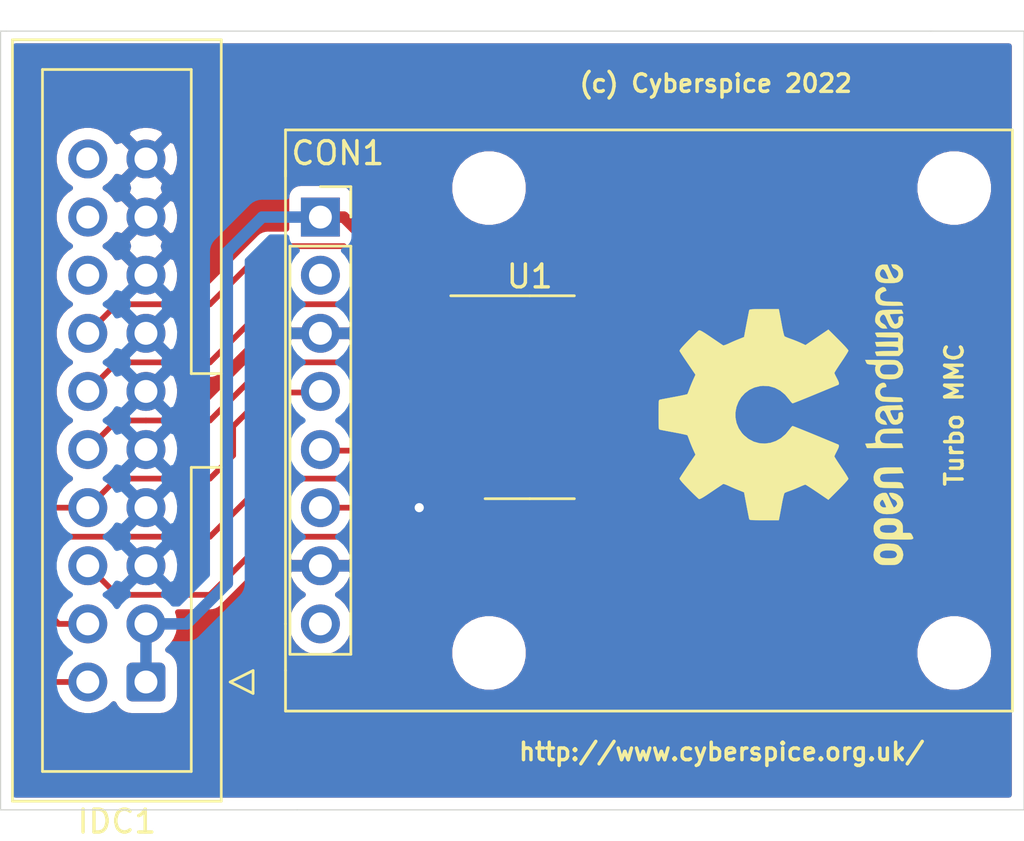
<source format=kicad_pcb>
(kicad_pcb (version 20171130) (host pcbnew "(5.1.9-0-10_14)")

  (general
    (thickness 1.6)
    (drawings 17)
    (tracks 93)
    (zones 0)
    (modules 8)
    (nets 17)
  )

  (page A4)
  (layers
    (0 F.Cu signal)
    (31 B.Cu signal)
    (32 B.Adhes user)
    (33 F.Adhes user)
    (34 B.Paste user)
    (35 F.Paste user)
    (36 B.SilkS user)
    (37 F.SilkS user)
    (38 B.Mask user)
    (39 F.Mask user)
    (40 Dwgs.User user)
    (41 Cmts.User user)
    (42 Eco1.User user)
    (43 Eco2.User user)
    (44 Edge.Cuts user)
    (45 Margin user)
    (46 B.CrtYd user)
    (47 F.CrtYd user)
    (48 B.Fab user)
    (49 F.Fab user)
  )

  (setup
    (last_trace_width 0.25)
    (trace_clearance 0.2)
    (zone_clearance 0.508)
    (zone_45_only no)
    (trace_min 0.2)
    (via_size 0.8)
    (via_drill 0.4)
    (via_min_size 0.4)
    (via_min_drill 0.3)
    (uvia_size 0.3)
    (uvia_drill 0.1)
    (uvias_allowed no)
    (uvia_min_size 0.2)
    (uvia_min_drill 0.1)
    (edge_width 0.05)
    (segment_width 0.2)
    (pcb_text_width 0.3)
    (pcb_text_size 1.5 1.5)
    (mod_edge_width 0.12)
    (mod_text_size 1 1)
    (mod_text_width 0.15)
    (pad_size 1.524 1.524)
    (pad_drill 0.762)
    (pad_to_mask_clearance 0)
    (aux_axis_origin 0 0)
    (visible_elements FFFFFF7F)
    (pcbplotparams
      (layerselection 0x010fc_ffffffff)
      (usegerberextensions false)
      (usegerberattributes true)
      (usegerberadvancedattributes true)
      (creategerberjobfile true)
      (excludeedgelayer true)
      (linewidth 0.100000)
      (plotframeref false)
      (viasonmask false)
      (mode 1)
      (useauxorigin false)
      (hpglpennumber 1)
      (hpglpenspeed 20)
      (hpglpendiameter 15.000000)
      (psnegative false)
      (psa4output false)
      (plotreference true)
      (plotvalue true)
      (plotinvisibletext false)
      (padsonsilk false)
      (subtractmaskfromsilk false)
      (outputformat 1)
      (mirror false)
      (drillshape 0)
      (scaleselection 1)
      (outputdirectory "Gerbers/"))
  )

  (net 0 "")
  (net 1 "Net-(CON1-Pad8)")
  (net 2 GND)
  (net 3 /DI)
  (net 4 /CB2)
  (net 5 /CB1)
  (net 6 "Net-(CON1-Pad2)")
  (net 7 +5V)
  (net 8 "Net-(IDC1-Pad20)")
  (net 9 "Net-(IDC1-Pad18)")
  (net 10 "Net-(IDC1-Pad16)")
  (net 11 "Net-(IDC1-Pad14)")
  (net 12 "Net-(IDC1-Pad12)")
  (net 13 "Net-(IDC1-Pad10)")
  (net 14 /D0)
  (net 15 /PB0)
  (net 16 "Net-(U1-Pad11)")

  (net_class Default "This is the default net class."
    (clearance 0.2)
    (trace_width 0.25)
    (via_dia 0.8)
    (via_drill 0.4)
    (uvia_dia 0.3)
    (uvia_drill 0.1)
    (add_net +5V)
    (add_net /CB1)
    (add_net /CB2)
    (add_net /D0)
    (add_net /DI)
    (add_net /PB0)
    (add_net GND)
    (add_net "Net-(CON1-Pad2)")
    (add_net "Net-(CON1-Pad8)")
    (add_net "Net-(IDC1-Pad10)")
    (add_net "Net-(IDC1-Pad12)")
    (add_net "Net-(IDC1-Pad14)")
    (add_net "Net-(IDC1-Pad16)")
    (add_net "Net-(IDC1-Pad18)")
    (add_net "Net-(IDC1-Pad20)")
    (add_net "Net-(U1-Pad11)")
  )

  (module "Symbols / Logos:OSHW-Logo2_14.6x12mm_SilkScreen" (layer F.Cu) (tedit 0) (tstamp 6230D3C5)
    (at 159.766 91.186 90)
    (descr "Open Source Hardware Symbol")
    (tags "Logo Symbol OSHW")
    (attr virtual)
    (fp_text reference REF** (at 0 0 90) (layer F.SilkS) hide
      (effects (font (size 1 1) (thickness 0.15)))
    )
    (fp_text value OSHW-Logo2_14.6x12mm_SilkScreen (at 0.75 0 90) (layer F.Fab) hide
      (effects (font (size 1 1) (thickness 0.15)))
    )
    (fp_poly (pts (xy 0.209014 -5.547002) (xy 0.367006 -5.546137) (xy 0.481347 -5.543795) (xy 0.559407 -5.539238)
      (xy 0.608554 -5.53173) (xy 0.636159 -5.520534) (xy 0.649592 -5.504912) (xy 0.656221 -5.484127)
      (xy 0.656865 -5.481437) (xy 0.666935 -5.432887) (xy 0.685575 -5.337095) (xy 0.710845 -5.204257)
      (xy 0.740807 -5.044569) (xy 0.773522 -4.868226) (xy 0.774664 -4.862033) (xy 0.807433 -4.689218)
      (xy 0.838093 -4.536531) (xy 0.864664 -4.413129) (xy 0.885167 -4.328169) (xy 0.897626 -4.29081)
      (xy 0.89822 -4.290148) (xy 0.934919 -4.271905) (xy 1.010586 -4.241503) (xy 1.108878 -4.205507)
      (xy 1.109425 -4.205315) (xy 1.233233 -4.158778) (xy 1.379196 -4.099496) (xy 1.516781 -4.039891)
      (xy 1.523293 -4.036944) (xy 1.74739 -3.935235) (xy 2.243619 -4.274103) (xy 2.395846 -4.377408)
      (xy 2.533741 -4.469763) (xy 2.649315 -4.545916) (xy 2.734579 -4.600615) (xy 2.781544 -4.628607)
      (xy 2.786004 -4.630683) (xy 2.820134 -4.62144) (xy 2.883881 -4.576844) (xy 2.979731 -4.494791)
      (xy 3.110169 -4.373179) (xy 3.243328 -4.243795) (xy 3.371694 -4.116298) (xy 3.486581 -3.999954)
      (xy 3.581073 -3.901948) (xy 3.648253 -3.829464) (xy 3.681206 -3.789687) (xy 3.682432 -3.787639)
      (xy 3.686074 -3.760344) (xy 3.67235 -3.715766) (xy 3.637869 -3.647888) (xy 3.579239 -3.550689)
      (xy 3.49307 -3.418149) (xy 3.3782 -3.247524) (xy 3.276254 -3.097345) (xy 3.185123 -2.96265)
      (xy 3.110073 -2.85126) (xy 3.056369 -2.770995) (xy 3.02928 -2.729675) (xy 3.027574 -2.72687)
      (xy 3.030882 -2.687279) (xy 3.055953 -2.610331) (xy 3.097798 -2.510568) (xy 3.112712 -2.478709)
      (xy 3.177786 -2.336774) (xy 3.247212 -2.175727) (xy 3.303609 -2.036379) (xy 3.344247 -1.932956)
      (xy 3.376526 -1.854358) (xy 3.395178 -1.81328) (xy 3.397497 -1.810115) (xy 3.431803 -1.804872)
      (xy 3.512669 -1.790506) (xy 3.629343 -1.769063) (xy 3.771075 -1.742587) (xy 3.92711 -1.713123)
      (xy 4.086698 -1.682717) (xy 4.239085 -1.653412) (xy 4.373521 -1.627255) (xy 4.479252 -1.60629)
      (xy 4.545526 -1.592561) (xy 4.561782 -1.58868) (xy 4.578573 -1.5791) (xy 4.591249 -1.557464)
      (xy 4.600378 -1.516469) (xy 4.606531 -1.448811) (xy 4.61028 -1.347188) (xy 4.612192 -1.204297)
      (xy 4.61284 -1.012835) (xy 4.612874 -0.934355) (xy 4.612874 -0.296094) (xy 4.459598 -0.26584)
      (xy 4.374322 -0.249436) (xy 4.24707 -0.225491) (xy 4.093315 -0.196893) (xy 3.928534 -0.166533)
      (xy 3.882989 -0.158194) (xy 3.730932 -0.12863) (xy 3.598468 -0.099558) (xy 3.496714 -0.073671)
      (xy 3.436788 -0.053663) (xy 3.426805 -0.047699) (xy 3.402293 -0.005466) (xy 3.367148 0.07637)
      (xy 3.328173 0.181683) (xy 3.320442 0.204368) (xy 3.26936 0.345018) (xy 3.205954 0.503714)
      (xy 3.143904 0.646225) (xy 3.143598 0.646886) (xy 3.040267 0.87044) (xy 3.719961 1.870232)
      (xy 3.283621 2.3073) (xy 3.151649 2.437381) (xy 3.031279 2.552048) (xy 2.929273 2.645181)
      (xy 2.852391 2.710658) (xy 2.807393 2.742357) (xy 2.800938 2.744368) (xy 2.76304 2.728529)
      (xy 2.685708 2.684496) (xy 2.577389 2.61749) (xy 2.446532 2.532734) (xy 2.305052 2.437816)
      (xy 2.161461 2.340998) (xy 2.033435 2.256751) (xy 1.929105 2.190258) (xy 1.8566 2.146702)
      (xy 1.824158 2.131264) (xy 1.784576 2.144328) (xy 1.709519 2.17875) (xy 1.614468 2.22738)
      (xy 1.604392 2.232785) (xy 1.476391 2.29698) (xy 1.388618 2.328463) (xy 1.334028 2.328798)
      (xy 1.305575 2.299548) (xy 1.30541 2.299138) (xy 1.291188 2.264498) (xy 1.257269 2.182269)
      (xy 1.206284 2.058814) (xy 1.140862 1.900498) (xy 1.063634 1.713686) (xy 0.977229 1.504742)
      (xy 0.893551 1.302446) (xy 0.801588 1.0792) (xy 0.71715 0.872392) (xy 0.642769 0.688362)
      (xy 0.580974 0.533451) (xy 0.534297 0.413996) (xy 0.505268 0.336339) (xy 0.496322 0.307356)
      (xy 0.518756 0.27411) (xy 0.577439 0.221123) (xy 0.655689 0.162704) (xy 0.878534 -0.022048)
      (xy 1.052718 -0.233818) (xy 1.176154 -0.468144) (xy 1.246754 -0.720566) (xy 1.262431 -0.986623)
      (xy 1.251036 -1.109425) (xy 1.18895 -1.364207) (xy 1.082023 -1.589199) (xy 0.936889 -1.782183)
      (xy 0.760178 -1.940939) (xy 0.558522 -2.06325) (xy 0.338554 -2.146895) (xy 0.106906 -2.189656)
      (xy -0.129791 -2.189313) (xy -0.364905 -2.143648) (xy -0.591804 -2.050441) (xy -0.803856 -1.907473)
      (xy -0.892364 -1.826617) (xy -1.062111 -1.618993) (xy -1.180301 -1.392105) (xy -1.247722 -1.152567)
      (xy -1.26516 -0.906993) (xy -1.233402 -0.661997) (xy -1.153235 -0.424192) (xy -1.025445 -0.200193)
      (xy -0.85082 0.003387) (xy -0.655688 0.162704) (xy -0.574409 0.223602) (xy -0.516991 0.276015)
      (xy -0.496322 0.307406) (xy -0.507144 0.341639) (xy -0.537923 0.423419) (xy -0.586126 0.546407)
      (xy -0.649222 0.704263) (xy -0.724678 0.890649) (xy -0.809962 1.099226) (xy -0.893781 1.302496)
      (xy -0.986255 1.525933) (xy -1.071911 1.732984) (xy -1.148118 1.917286) (xy -1.212247 2.072475)
      (xy -1.261668 2.192188) (xy -1.293752 2.270061) (xy -1.305641 2.299138) (xy -1.333726 2.328677)
      (xy -1.388051 2.328591) (xy -1.475605 2.297326) (xy -1.603381 2.233329) (xy -1.604392 2.232785)
      (xy -1.700598 2.183121) (xy -1.778369 2.146945) (xy -1.822223 2.131408) (xy -1.824158 2.131264)
      (xy -1.857171 2.147024) (xy -1.930054 2.19085) (xy -2.034678 2.257557) (xy -2.16291 2.341964)
      (xy -2.305052 2.437816) (xy -2.449767 2.534867) (xy -2.580196 2.61927) (xy -2.68789 2.685801)
      (xy -2.764402 2.729238) (xy -2.800938 2.744368) (xy -2.834582 2.724482) (xy -2.902224 2.668903)
      (xy -2.997107 2.583754) (xy -3.11247 2.475153) (xy -3.241555 2.349221) (xy -3.283771 2.307149)
      (xy -3.720261 1.869931) (xy -3.388023 1.38234) (xy -3.287054 1.232605) (xy -3.198438 1.09822)
      (xy -3.127146 0.986969) (xy -3.07815 0.906639) (xy -3.056422 0.865014) (xy -3.055785 0.862053)
      (xy -3.06724 0.822818) (xy -3.098051 0.743895) (xy -3.142884 0.638509) (xy -3.174353 0.567954)
      (xy -3.233192 0.432876) (xy -3.288604 0.296409) (xy -3.331564 0.181103) (xy -3.343234 0.145977)
      (xy -3.376389 0.052174) (xy -3.408799 -0.020306) (xy -3.426601 -0.047699) (xy -3.465886 -0.064464)
      (xy -3.551626 -0.08823) (xy -3.672697 -0.116303) (xy -3.817973 -0.145991) (xy -3.882988 -0.158194)
      (xy -4.048087 -0.188532) (xy -4.206448 -0.217907) (xy -4.342596 -0.243431) (xy -4.441057 -0.262215)
      (xy -4.459598 -0.26584) (xy -4.612873 -0.296094) (xy -4.612873 -0.934355) (xy -4.612529 -1.14423)
      (xy -4.611116 -1.30302) (xy -4.608064 -1.418027) (xy -4.602803 -1.496554) (xy -4.594763 -1.545904)
      (xy -4.583373 -1.573381) (xy -4.568063 -1.586287) (xy -4.561782 -1.58868) (xy -4.523896 -1.597167)
      (xy -4.440195 -1.6141) (xy -4.321433 -1.637434) (xy -4.178361 -1.665125) (xy -4.021732 -1.695127)
      (xy -3.862297 -1.725396) (xy -3.710809 -1.753885) (xy -3.578019 -1.778551) (xy -3.474681 -1.797349)
      (xy -3.411545 -1.808233) (xy -3.397497 -1.810115) (xy -3.38477 -1.835296) (xy -3.3566 -1.902378)
      (xy -3.318252 -1.998667) (xy -3.303609 -2.036379) (xy -3.244548 -2.182079) (xy -3.175 -2.343049)
      (xy -3.112712 -2.478709) (xy -3.066879 -2.582439) (xy -3.036387 -2.667674) (xy -3.026208 -2.719874)
      (xy -3.027831 -2.72687) (xy -3.049343 -2.759898) (xy -3.098465 -2.833357) (xy -3.169923 -2.939423)
      (xy -3.258445 -3.070274) (xy -3.358759 -3.218088) (xy -3.378594 -3.247266) (xy -3.494988 -3.420137)
      (xy -3.580548 -3.551774) (xy -3.638684 -3.648239) (xy -3.672808 -3.715592) (xy -3.686331 -3.759894)
      (xy -3.682664 -3.787206) (xy -3.68257 -3.78738) (xy -3.653707 -3.823254) (xy -3.589867 -3.892609)
      (xy -3.497969 -3.988255) (xy -3.384933 -4.103001) (xy -3.257679 -4.229659) (xy -3.243328 -4.243795)
      (xy -3.082957 -4.399097) (xy -2.959195 -4.51313) (xy -2.869555 -4.587998) (xy -2.811552 -4.625804)
      (xy -2.786004 -4.630683) (xy -2.748718 -4.609397) (xy -2.671343 -4.560227) (xy -2.561867 -4.488425)
      (xy -2.42828 -4.399245) (xy -2.27857 -4.297937) (xy -2.243618 -4.274103) (xy -1.74739 -3.935235)
      (xy -1.523293 -4.036944) (xy -1.387011 -4.096217) (xy -1.240724 -4.15583) (xy -1.114965 -4.20336)
      (xy -1.109425 -4.205315) (xy -1.011057 -4.241323) (xy -0.935229 -4.271771) (xy -0.898282 -4.290095)
      (xy -0.89822 -4.290148) (xy -0.886496 -4.323271) (xy -0.866568 -4.404733) (xy -0.840413 -4.525375)
      (xy -0.81001 -4.676041) (xy -0.777337 -4.847572) (xy -0.774664 -4.862033) (xy -0.74189 -5.038765)
      (xy -0.711802 -5.19919) (xy -0.686339 -5.333112) (xy -0.667441 -5.430337) (xy -0.657047 -5.480668)
      (xy -0.656865 -5.481437) (xy -0.650539 -5.502847) (xy -0.638239 -5.519012) (xy -0.612594 -5.530669)
      (xy -0.566235 -5.538555) (xy -0.491792 -5.543407) (xy -0.381895 -5.545961) (xy -0.229175 -5.546955)
      (xy -0.026262 -5.547126) (xy 0 -5.547126) (xy 0.209014 -5.547002)) (layer F.SilkS) (width 0.01))
    (fp_poly (pts (xy 6.343439 3.95654) (xy 6.45895 4.032034) (xy 6.514664 4.099617) (xy 6.558804 4.222255)
      (xy 6.562309 4.319298) (xy 6.554368 4.449056) (xy 6.255115 4.580039) (xy 6.109611 4.646958)
      (xy 6.014537 4.70079) (xy 5.965101 4.747416) (xy 5.956511 4.79272) (xy 5.983972 4.842582)
      (xy 6.014253 4.875632) (xy 6.102363 4.928633) (xy 6.198196 4.932347) (xy 6.286212 4.891041)
      (xy 6.350869 4.808983) (xy 6.362433 4.780008) (xy 6.417825 4.689509) (xy 6.481553 4.65094)
      (xy 6.568966 4.617946) (xy 6.568966 4.743034) (xy 6.561238 4.828156) (xy 6.530966 4.899938)
      (xy 6.467518 4.982356) (xy 6.458088 4.993066) (xy 6.387513 5.066391) (xy 6.326847 5.105742)
      (xy 6.25095 5.123845) (xy 6.18803 5.129774) (xy 6.075487 5.131251) (xy 5.99537 5.112535)
      (xy 5.94539 5.084747) (xy 5.866838 5.023641) (xy 5.812463 4.957554) (xy 5.778052 4.874441)
      (xy 5.759388 4.762254) (xy 5.752256 4.608946) (xy 5.751687 4.531136) (xy 5.753622 4.437853)
      (xy 5.929899 4.437853) (xy 5.931944 4.487896) (xy 5.937039 4.496092) (xy 5.970666 4.484958)
      (xy 6.04303 4.455493) (xy 6.139747 4.413601) (xy 6.159973 4.404597) (xy 6.282203 4.342442)
      (xy 6.349547 4.287815) (xy 6.364348 4.236649) (xy 6.328947 4.184876) (xy 6.299711 4.162)
      (xy 6.194216 4.11625) (xy 6.095476 4.123808) (xy 6.012812 4.179651) (xy 5.955548 4.278753)
      (xy 5.937188 4.357414) (xy 5.929899 4.437853) (xy 5.753622 4.437853) (xy 5.755459 4.349351)
      (xy 5.769359 4.214853) (xy 5.796894 4.116916) (xy 5.841572 4.044811) (xy 5.906901 3.987813)
      (xy 5.935383 3.969393) (xy 6.064763 3.921422) (xy 6.206412 3.918403) (xy 6.343439 3.95654)) (layer F.SilkS) (width 0.01))
    (fp_poly (pts (xy 5.33569 3.940018) (xy 5.370585 3.955269) (xy 5.453877 4.021235) (xy 5.525103 4.116618)
      (xy 5.569153 4.218406) (xy 5.576322 4.268587) (xy 5.552285 4.338647) (xy 5.499561 4.375717)
      (xy 5.443031 4.398164) (xy 5.417146 4.4023) (xy 5.404542 4.372283) (xy 5.379654 4.306961)
      (xy 5.368735 4.277445) (xy 5.307508 4.175348) (xy 5.218861 4.124423) (xy 5.105193 4.125989)
      (xy 5.096774 4.127994) (xy 5.036088 4.156767) (xy 4.991474 4.212859) (xy 4.961002 4.303163)
      (xy 4.942744 4.434571) (xy 4.934771 4.613974) (xy 4.934023 4.709433) (xy 4.933652 4.859913)
      (xy 4.931223 4.962495) (xy 4.92476 5.027672) (xy 4.912288 5.065938) (xy 4.891833 5.087785)
      (xy 4.861419 5.103707) (xy 4.859661 5.104509) (xy 4.801091 5.129272) (xy 4.772075 5.138391)
      (xy 4.767616 5.110822) (xy 4.763799 5.03462) (xy 4.760899 4.919541) (xy 4.759191 4.775341)
      (xy 4.758851 4.669814) (xy 4.760588 4.465613) (xy 4.767382 4.310697) (xy 4.781607 4.196024)
      (xy 4.805638 4.112551) (xy 4.841848 4.051236) (xy 4.892612 4.003034) (xy 4.942739 3.969393)
      (xy 5.063275 3.924619) (xy 5.203557 3.914521) (xy 5.33569 3.940018)) (layer F.SilkS) (width 0.01))
    (fp_poly (pts (xy 4.314406 3.935156) (xy 4.398469 3.973393) (xy 4.46445 4.019726) (xy 4.512794 4.071532)
      (xy 4.546172 4.138363) (xy 4.567253 4.229769) (xy 4.578707 4.355301) (xy 4.583203 4.524508)
      (xy 4.583678 4.635933) (xy 4.583678 5.070627) (xy 4.509316 5.104509) (xy 4.450746 5.129272)
      (xy 4.42173 5.138391) (xy 4.416179 5.111257) (xy 4.411775 5.038094) (xy 4.409078 4.931263)
      (xy 4.408506 4.846437) (xy 4.406046 4.723887) (xy 4.399412 4.626668) (xy 4.389726 4.567134)
      (xy 4.382032 4.554483) (xy 4.330311 4.567402) (xy 4.249117 4.600539) (xy 4.155102 4.645461)
      (xy 4.064917 4.693735) (xy 3.995215 4.736928) (xy 3.962648 4.766608) (xy 3.962519 4.766929)
      (xy 3.96532 4.821857) (xy 3.990439 4.874292) (xy 4.034541 4.916881) (xy 4.098909 4.931126)
      (xy 4.153921 4.929466) (xy 4.231835 4.928245) (xy 4.272732 4.946498) (xy 4.297295 4.994726)
      (xy 4.300392 5.00382) (xy 4.31104 5.072598) (xy 4.282565 5.11436) (xy 4.208344 5.134263)
      (xy 4.128168 5.137944) (xy 3.98389 5.110658) (xy 3.909203 5.07169) (xy 3.816963 4.980148)
      (xy 3.768043 4.867782) (xy 3.763654 4.749051) (xy 3.805001 4.638411) (xy 3.867197 4.56908)
      (xy 3.929294 4.530265) (xy 4.026895 4.481125) (xy 4.140632 4.431292) (xy 4.15959 4.423677)
      (xy 4.284521 4.368545) (xy 4.356539 4.319954) (xy 4.3797 4.271647) (xy 4.358064 4.21737)
      (xy 4.32092 4.174943) (xy 4.233127 4.122702) (xy 4.13653 4.118784) (xy 4.047944 4.159041)
      (xy 3.984186 4.239326) (xy 3.975817 4.26004) (xy 3.927096 4.336225) (xy 3.855965 4.392785)
      (xy 3.766207 4.439201) (xy 3.766207 4.307584) (xy 3.77149 4.227168) (xy 3.794142 4.163786)
      (xy 3.844367 4.096163) (xy 3.892582 4.044076) (xy 3.967554 3.970322) (xy 4.025806 3.930702)
      (xy 4.088372 3.91481) (xy 4.159193 3.912184) (xy 4.314406 3.935156)) (layer F.SilkS) (width 0.01))
    (fp_poly (pts (xy 3.580124 3.93984) (xy 3.584579 4.016653) (xy 3.588071 4.133391) (xy 3.590315 4.280821)
      (xy 3.591035 4.435455) (xy 3.591035 4.958727) (xy 3.498645 5.051117) (xy 3.434978 5.108047)
      (xy 3.379089 5.131107) (xy 3.302702 5.129647) (xy 3.27238 5.125934) (xy 3.17761 5.115126)
      (xy 3.099222 5.108933) (xy 3.080115 5.108361) (xy 3.015699 5.112102) (xy 2.923571 5.121494)
      (xy 2.88785 5.125934) (xy 2.800114 5.132801) (xy 2.741153 5.117885) (xy 2.68269 5.071835)
      (xy 2.661585 5.051117) (xy 2.569195 4.958727) (xy 2.569195 3.979947) (xy 2.643558 3.946066)
      (xy 2.70759 3.92097) (xy 2.745052 3.912184) (xy 2.754657 3.93995) (xy 2.763635 4.01753)
      (xy 2.771386 4.136348) (xy 2.777314 4.287828) (xy 2.780173 4.415805) (xy 2.788161 4.919425)
      (xy 2.857848 4.929278) (xy 2.921229 4.922389) (xy 2.952286 4.900083) (xy 2.960967 4.858379)
      (xy 2.968378 4.769544) (xy 2.973931 4.644834) (xy 2.977036 4.495507) (xy 2.977484 4.418661)
      (xy 2.977931 3.976287) (xy 3.069874 3.944235) (xy 3.134949 3.922443) (xy 3.170347 3.912281)
      (xy 3.171368 3.912184) (xy 3.17492 3.939809) (xy 3.178823 4.016411) (xy 3.182751 4.132579)
      (xy 3.186376 4.278904) (xy 3.188908 4.415805) (xy 3.196897 4.919425) (xy 3.372069 4.919425)
      (xy 3.380107 4.459965) (xy 3.388146 4.000505) (xy 3.473543 3.956344) (xy 3.536593 3.926019)
      (xy 3.57391 3.912258) (xy 3.574987 3.912184) (xy 3.580124 3.93984)) (layer F.SilkS) (width 0.01))
    (fp_poly (pts (xy 2.393914 4.154455) (xy 2.393543 4.372661) (xy 2.392108 4.540519) (xy 2.389002 4.66607)
      (xy 2.383622 4.757355) (xy 2.375362 4.822415) (xy 2.363616 4.869291) (xy 2.347781 4.906024)
      (xy 2.33579 4.926991) (xy 2.23649 5.040694) (xy 2.110588 5.111965) (xy 1.971291 5.137538)
      (xy 1.831805 5.11415) (xy 1.748743 5.072119) (xy 1.661545 4.999411) (xy 1.602117 4.910612)
      (xy 1.566261 4.79432) (xy 1.549781 4.639135) (xy 1.547447 4.525287) (xy 1.547761 4.517106)
      (xy 1.751724 4.517106) (xy 1.75297 4.647657) (xy 1.758678 4.73408) (xy 1.771804 4.790618)
      (xy 1.795306 4.831514) (xy 1.823386 4.862362) (xy 1.917688 4.921905) (xy 2.01894 4.926992)
      (xy 2.114636 4.877279) (xy 2.122084 4.870543) (xy 2.153874 4.835502) (xy 2.173808 4.793811)
      (xy 2.1846 4.731762) (xy 2.188965 4.635644) (xy 2.189655 4.529379) (xy 2.188159 4.39588)
      (xy 2.181964 4.306822) (xy 2.168514 4.248293) (xy 2.145251 4.206382) (xy 2.126175 4.184123)
      (xy 2.037563 4.127985) (xy 1.935508 4.121235) (xy 1.838095 4.164114) (xy 1.819296 4.180032)
      (xy 1.787293 4.215382) (xy 1.767318 4.257502) (xy 1.756593 4.320251) (xy 1.752339 4.417487)
      (xy 1.751724 4.517106) (xy 1.547761 4.517106) (xy 1.554504 4.341947) (xy 1.578472 4.204195)
      (xy 1.623548 4.100632) (xy 1.693928 4.019856) (xy 1.748743 3.978455) (xy 1.848376 3.933728)
      (xy 1.963855 3.912967) (xy 2.071199 3.918525) (xy 2.131264 3.940943) (xy 2.154835 3.947323)
      (xy 2.170477 3.923535) (xy 2.181395 3.859788) (xy 2.189655 3.762687) (xy 2.198699 3.654541)
      (xy 2.211261 3.589475) (xy 2.234119 3.552268) (xy 2.274051 3.527699) (xy 2.299138 3.516819)
      (xy 2.394023 3.477072) (xy 2.393914 4.154455)) (layer F.SilkS) (width 0.01))
    (fp_poly (pts (xy 1.065943 3.92192) (xy 1.198565 3.970859) (xy 1.30601 4.057419) (xy 1.348032 4.118352)
      (xy 1.393843 4.230161) (xy 1.392891 4.311006) (xy 1.344808 4.365378) (xy 1.327017 4.374624)
      (xy 1.250204 4.40345) (xy 1.210976 4.396065) (xy 1.197689 4.347658) (xy 1.197012 4.32092)
      (xy 1.172686 4.222548) (xy 1.109281 4.153734) (xy 1.021154 4.120498) (xy 0.922663 4.128861)
      (xy 0.842602 4.172296) (xy 0.815561 4.197072) (xy 0.796394 4.227129) (xy 0.783446 4.272565)
      (xy 0.775064 4.343476) (xy 0.769593 4.44996) (xy 0.765378 4.602112) (xy 0.764287 4.650287)
      (xy 0.760307 4.815095) (xy 0.755781 4.931088) (xy 0.748995 5.007833) (xy 0.738231 5.054893)
      (xy 0.721773 5.081835) (xy 0.697906 5.098223) (xy 0.682626 5.105463) (xy 0.617733 5.13022)
      (xy 0.579534 5.138391) (xy 0.566912 5.111103) (xy 0.559208 5.028603) (xy 0.55638 4.889941)
      (xy 0.558386 4.694162) (xy 0.559011 4.663965) (xy 0.563421 4.485349) (xy 0.568635 4.354923)
      (xy 0.576055 4.262492) (xy 0.587082 4.197858) (xy 0.603117 4.150825) (xy 0.625561 4.111196)
      (xy 0.637302 4.094215) (xy 0.704619 4.01908) (xy 0.77991 3.960638) (xy 0.789128 3.955536)
      (xy 0.924133 3.91526) (xy 1.065943 3.92192)) (layer F.SilkS) (width 0.01))
    (fp_poly (pts (xy 0.079944 3.92436) (xy 0.194343 3.966842) (xy 0.195652 3.967658) (xy 0.266403 4.01973)
      (xy 0.318636 4.080584) (xy 0.355371 4.159887) (xy 0.379634 4.267309) (xy 0.394445 4.412517)
      (xy 0.402829 4.605179) (xy 0.403564 4.632628) (xy 0.41412 5.046521) (xy 0.325291 5.092456)
      (xy 0.261018 5.123498) (xy 0.22221 5.138206) (xy 0.220415 5.138391) (xy 0.2137 5.11125)
      (xy 0.208365 5.038041) (xy 0.205083 4.931081) (xy 0.204368 4.844469) (xy 0.204351 4.704162)
      (xy 0.197937 4.616051) (xy 0.17558 4.574025) (xy 0.127732 4.571975) (xy 0.044849 4.60379)
      (xy -0.080287 4.662272) (xy -0.172303 4.710845) (xy -0.219629 4.752986) (xy -0.233542 4.798916)
      (xy -0.233563 4.801189) (xy -0.210605 4.880311) (xy -0.14263 4.923055) (xy -0.038602 4.929246)
      (xy 0.03633 4.928172) (xy 0.075839 4.949753) (xy 0.100478 5.001591) (xy 0.114659 5.067632)
      (xy 0.094223 5.105104) (xy 0.086528 5.110467) (xy 0.014083 5.132006) (xy -0.087367 5.135055)
      (xy -0.191843 5.120778) (xy -0.265875 5.094688) (xy -0.368228 5.007785) (xy -0.426409 4.886816)
      (xy -0.437931 4.792308) (xy -0.429138 4.707062) (xy -0.39732 4.637476) (xy -0.334316 4.575672)
      (xy -0.231969 4.513772) (xy -0.082118 4.443897) (xy -0.072988 4.439948) (xy 0.061997 4.377588)
      (xy 0.145294 4.326446) (xy 0.180997 4.280488) (xy 0.173203 4.233683) (xy 0.126007 4.179998)
      (xy 0.111894 4.167644) (xy 0.017359 4.119741) (xy -0.080594 4.121758) (xy -0.165903 4.168724)
      (xy -0.222504 4.255669) (xy -0.227763 4.272734) (xy -0.278977 4.355504) (xy -0.343963 4.395372)
      (xy -0.437931 4.434882) (xy -0.437931 4.332658) (xy -0.409347 4.184072) (xy -0.324505 4.047784)
      (xy -0.280355 4.002191) (xy -0.179995 3.943674) (xy -0.052365 3.917184) (xy 0.079944 3.92436)) (layer F.SilkS) (width 0.01))
    (fp_poly (pts (xy -1.255402 3.723857) (xy -1.246846 3.843188) (xy -1.237019 3.913506) (xy -1.223401 3.944179)
      (xy -1.203473 3.944571) (xy -1.197011 3.94091) (xy -1.11106 3.914398) (xy -0.999255 3.915946)
      (xy -0.885586 3.943199) (xy -0.81449 3.978455) (xy -0.741595 4.034778) (xy -0.688307 4.098519)
      (xy -0.651725 4.17951) (xy -0.62895 4.287586) (xy -0.617081 4.43258) (xy -0.613218 4.624326)
      (xy -0.613149 4.661109) (xy -0.613103 5.074288) (xy -0.705046 5.106339) (xy -0.770348 5.128144)
      (xy -0.806176 5.138297) (xy -0.80723 5.138391) (xy -0.810758 5.11086) (xy -0.813761 5.034923)
      (xy -0.81601 4.920565) (xy -0.817276 4.777769) (xy -0.817471 4.690951) (xy -0.817877 4.519773)
      (xy -0.819968 4.397088) (xy -0.825053 4.313) (xy -0.83444 4.257614) (xy -0.849439 4.221032)
      (xy -0.871358 4.193359) (xy -0.885043 4.180032) (xy -0.979051 4.126328) (xy -1.081636 4.122307)
      (xy -1.17471 4.167725) (xy -1.191922 4.184123) (xy -1.217168 4.214957) (xy -1.23468 4.251531)
      (xy -1.245858 4.304415) (xy -1.252104 4.384177) (xy -1.254818 4.501385) (xy -1.255402 4.662991)
      (xy -1.255402 5.074288) (xy -1.347345 5.106339) (xy -1.412647 5.128144) (xy -1.448475 5.138297)
      (xy -1.449529 5.138391) (xy -1.452225 5.110448) (xy -1.454655 5.03163) (xy -1.456722 4.909453)
      (xy -1.458329 4.751432) (xy -1.459377 4.565083) (xy -1.459769 4.35792) (xy -1.45977 4.348706)
      (xy -1.45977 3.55902) (xy -1.364885 3.518997) (xy -1.27 3.478973) (xy -1.255402 3.723857)) (layer F.SilkS) (width 0.01))
    (fp_poly (pts (xy -3.684448 3.884676) (xy -3.569342 3.962111) (xy -3.480389 4.073949) (xy -3.427251 4.216265)
      (xy -3.416503 4.321015) (xy -3.417724 4.364726) (xy -3.427944 4.398194) (xy -3.456039 4.428179)
      (xy -3.510884 4.46144) (xy -3.601355 4.504738) (xy -3.736328 4.564833) (xy -3.737011 4.565134)
      (xy -3.861249 4.622037) (xy -3.963127 4.672565) (xy -4.032233 4.71128) (xy -4.058154 4.73274)
      (xy -4.058161 4.732913) (xy -4.035315 4.779644) (xy -3.981891 4.831154) (xy -3.920558 4.868261)
      (xy -3.889485 4.875632) (xy -3.804711 4.850138) (xy -3.731707 4.786291) (xy -3.696087 4.716094)
      (xy -3.66182 4.664343) (xy -3.594697 4.605409) (xy -3.515792 4.554496) (xy -3.446179 4.526809)
      (xy -3.431623 4.525287) (xy -3.415237 4.550321) (xy -3.41425 4.614311) (xy -3.426292 4.700593)
      (xy -3.448993 4.792501) (xy -3.479986 4.873369) (xy -3.481552 4.876509) (xy -3.574819 5.006734)
      (xy -3.695696 5.095311) (xy -3.832973 5.138786) (xy -3.97544 5.133706) (xy -4.111888 5.076616)
      (xy -4.117955 5.072602) (xy -4.22529 4.975326) (xy -4.295868 4.848409) (xy -4.334926 4.681526)
      (xy -4.340168 4.634639) (xy -4.349452 4.413329) (xy -4.338322 4.310124) (xy -4.058161 4.310124)
      (xy -4.054521 4.374503) (xy -4.034611 4.393291) (xy -3.984974 4.379235) (xy -3.906733 4.346009)
      (xy -3.819274 4.304359) (xy -3.817101 4.303256) (xy -3.74297 4.264265) (xy -3.713219 4.238244)
      (xy -3.720555 4.210965) (xy -3.751447 4.175121) (xy -3.83004 4.123251) (xy -3.914677 4.119439)
      (xy -3.990597 4.157189) (xy -4.043035 4.230001) (xy -4.058161 4.310124) (xy -4.338322 4.310124)
      (xy -4.330356 4.236261) (xy -4.281366 4.095829) (xy -4.213164 3.997447) (xy -4.090065 3.89803)
      (xy -3.954472 3.848711) (xy -3.816045 3.845568) (xy -3.684448 3.884676)) (layer F.SilkS) (width 0.01))
    (fp_poly (pts (xy -5.951779 3.866015) (xy -5.814939 3.937968) (xy -5.713949 4.053766) (xy -5.678075 4.128213)
      (xy -5.650161 4.239992) (xy -5.635871 4.381227) (xy -5.634516 4.535371) (xy -5.645405 4.685879)
      (xy -5.667847 4.816205) (xy -5.70115 4.909803) (xy -5.711385 4.925922) (xy -5.832618 5.046249)
      (xy -5.976613 5.118317) (xy -6.132861 5.139408) (xy -6.290852 5.106802) (xy -6.33482 5.087253)
      (xy -6.420444 5.027012) (xy -6.495592 4.947135) (xy -6.502694 4.937004) (xy -6.531561 4.888181)
      (xy -6.550643 4.83599) (xy -6.561916 4.767285) (xy -6.567355 4.668918) (xy -6.568938 4.527744)
      (xy -6.568965 4.496092) (xy -6.568893 4.486019) (xy -6.277011 4.486019) (xy -6.275313 4.619256)
      (xy -6.268628 4.707674) (xy -6.254575 4.764785) (xy -6.230771 4.804102) (xy -6.218621 4.817241)
      (xy -6.148764 4.867172) (xy -6.080941 4.864895) (xy -6.012365 4.821584) (xy -5.971465 4.775346)
      (xy -5.947242 4.707857) (xy -5.933639 4.601433) (xy -5.932706 4.58902) (xy -5.930384 4.396147)
      (xy -5.95465 4.2529) (xy -6.005176 4.16016) (xy -6.081632 4.118807) (xy -6.108924 4.116552)
      (xy -6.180589 4.127893) (xy -6.22961 4.167184) (xy -6.259582 4.242326) (xy -6.274101 4.361222)
      (xy -6.277011 4.486019) (xy -6.568893 4.486019) (xy -6.567878 4.345659) (xy -6.563312 4.240549)
      (xy -6.553312 4.167714) (xy -6.535921 4.114108) (xy -6.509184 4.066681) (xy -6.503276 4.057864)
      (xy -6.403968 3.939007) (xy -6.295758 3.870008) (xy -6.164019 3.842619) (xy -6.119283 3.841281)
      (xy -5.951779 3.866015)) (layer F.SilkS) (width 0.01))
    (fp_poly (pts (xy -2.582571 3.877719) (xy -2.488877 3.931914) (xy -2.423736 3.985707) (xy -2.376093 4.042066)
      (xy -2.343272 4.110987) (xy -2.322594 4.202468) (xy -2.31138 4.326506) (xy -2.306951 4.493098)
      (xy -2.306437 4.612851) (xy -2.306437 5.053659) (xy -2.430517 5.109283) (xy -2.554598 5.164907)
      (xy -2.569195 4.682095) (xy -2.575227 4.501779) (xy -2.581555 4.370901) (xy -2.589394 4.280511)
      (xy -2.599963 4.221664) (xy -2.614477 4.185413) (xy -2.634152 4.16281) (xy -2.640465 4.157917)
      (xy -2.736112 4.119706) (xy -2.832793 4.134827) (xy -2.890345 4.174943) (xy -2.913755 4.20337)
      (xy -2.929961 4.240672) (xy -2.940259 4.297223) (xy -2.945951 4.383394) (xy -2.948336 4.509558)
      (xy -2.948736 4.641042) (xy -2.948814 4.805999) (xy -2.951639 4.922761) (xy -2.961093 5.00151)
      (xy -2.98106 5.052431) (xy -3.015424 5.085706) (xy -3.068068 5.11152) (xy -3.138383 5.138344)
      (xy -3.21518 5.167542) (xy -3.206038 4.649346) (xy -3.202357 4.462539) (xy -3.19805 4.32449)
      (xy -3.191877 4.225568) (xy -3.182598 4.156145) (xy -3.168973 4.10659) (xy -3.149761 4.067273)
      (xy -3.126598 4.032584) (xy -3.014848 3.92177) (xy -2.878487 3.857689) (xy -2.730175 3.842339)
      (xy -2.582571 3.877719)) (layer F.SilkS) (width 0.01))
    (fp_poly (pts (xy -4.8281 3.861903) (xy -4.71655 3.917522) (xy -4.618092 4.019931) (xy -4.590977 4.057864)
      (xy -4.561438 4.1075) (xy -4.542272 4.161412) (xy -4.531307 4.233364) (xy -4.526371 4.337122)
      (xy -4.525287 4.474101) (xy -4.530182 4.661815) (xy -4.547196 4.802758) (xy -4.579823 4.907908)
      (xy -4.631558 4.988243) (xy -4.705896 5.054741) (xy -4.711358 5.058678) (xy -4.78462 5.098953)
      (xy -4.87284 5.11888) (xy -4.985038 5.123793) (xy -5.167433 5.123793) (xy -5.167509 5.300857)
      (xy -5.169207 5.39947) (xy -5.17955 5.457314) (xy -5.206578 5.492006) (xy -5.258332 5.521164)
      (xy -5.270761 5.527121) (xy -5.328923 5.555039) (xy -5.373956 5.572672) (xy -5.407441 5.574194)
      (xy -5.430962 5.553781) (xy -5.4461 5.505607) (xy -5.454437 5.423846) (xy -5.457556 5.302672)
      (xy -5.45704 5.13626) (xy -5.454471 4.918785) (xy -5.453668 4.853736) (xy -5.450778 4.629502)
      (xy -5.448188 4.482821) (xy -5.167586 4.482821) (xy -5.166009 4.607326) (xy -5.159 4.688787)
      (xy -5.143142 4.742515) (xy -5.115019 4.783823) (xy -5.095925 4.803971) (xy -5.017865 4.862921)
      (xy -4.948753 4.86772) (xy -4.87744 4.819038) (xy -4.875632 4.817241) (xy -4.846617 4.779618)
      (xy -4.828967 4.728484) (xy -4.820064 4.649738) (xy -4.817291 4.529276) (xy -4.817241 4.502588)
      (xy -4.823942 4.336583) (xy -4.845752 4.221505) (xy -4.885235 4.151254) (xy -4.944956 4.119729)
      (xy -4.979472 4.116552) (xy -5.061389 4.13146) (xy -5.117579 4.180548) (xy -5.151402 4.270362)
      (xy -5.16622 4.407445) (xy -5.167586 4.482821) (xy -5.448188 4.482821) (xy -5.447713 4.455952)
      (xy -5.443753 4.325382) (xy -5.438174 4.230087) (xy -5.430254 4.162364) (xy -5.419269 4.114507)
      (xy -5.404499 4.078813) (xy -5.385218 4.047578) (xy -5.376951 4.035824) (xy -5.267288 3.924797)
      (xy -5.128635 3.861847) (xy -4.968246 3.844297) (xy -4.8281 3.861903)) (layer F.SilkS) (width 0.01))
  )

  (module MountingHole:MountingHole_2.2mm_M2 (layer F.Cu) (tedit 56D1B4CB) (tstamp 6230B639)
    (at 167.132 101.6)
    (descr "Mounting Hole 2.2mm, no annular, M2")
    (tags "mounting hole 2.2mm no annular m2")
    (attr virtual)
    (fp_text reference "" (at 0 -3.2) (layer F.SilkS)
      (effects (font (size 1 1) (thickness 0.15)))
    )
    (fp_text value HOLE (at 0 3.302) (layer F.Fab)
      (effects (font (size 1 1) (thickness 0.15)))
    )
    (fp_circle (center 0 0) (end 2.45 0) (layer F.CrtYd) (width 0.05))
    (fp_circle (center 0 0) (end 2.2 0) (layer Cmts.User) (width 0.15))
    (fp_text user %R (at 0.3 0) (layer F.Fab)
      (effects (font (size 1 1) (thickness 0.15)))
    )
    (pad 1 np_thru_hole circle (at 0 0) (size 2.2 2.2) (drill 2.2) (layers *.Cu *.Mask))
  )

  (module MountingHole:MountingHole_2.2mm_M2 (layer F.Cu) (tedit 56D1B4CB) (tstamp 6230B716)
    (at 146.812 101.6)
    (descr "Mounting Hole 2.2mm, no annular, M2")
    (tags "mounting hole 2.2mm no annular m2")
    (attr virtual)
    (fp_text reference "" (at 0 -3.2) (layer F.SilkS)
      (effects (font (size 1 1) (thickness 0.15)))
    )
    (fp_text value HOLE (at 0 3.302) (layer F.Fab)
      (effects (font (size 1 1) (thickness 0.15)))
    )
    (fp_circle (center 0 0) (end 2.45 0) (layer F.CrtYd) (width 0.05))
    (fp_circle (center 0 0) (end 2.2 0) (layer Cmts.User) (width 0.15))
    (fp_text user %R (at 0.3 0) (layer F.Fab)
      (effects (font (size 1 1) (thickness 0.15)))
    )
    (pad 1 np_thru_hole circle (at 0 0) (size 2.2 2.2) (drill 2.2) (layers *.Cu *.Mask))
  )

  (module MountingHole:MountingHole_2.2mm_M2 (layer F.Cu) (tedit 56D1B4CB) (tstamp 6230B6BC)
    (at 146.812 81.28)
    (descr "Mounting Hole 2.2mm, no annular, M2")
    (tags "mounting hole 2.2mm no annular m2")
    (attr virtual)
    (fp_text reference "" (at 0 -3.2) (layer F.SilkS)
      (effects (font (size 1 1) (thickness 0.15)))
    )
    (fp_text value HOLE (at 0 -3.302) (layer F.Fab)
      (effects (font (size 1 1) (thickness 0.15)))
    )
    (fp_circle (center 0 0) (end 2.2 0) (layer Cmts.User) (width 0.15))
    (fp_circle (center 0 0) (end 2.45 0) (layer F.CrtYd) (width 0.05))
    (fp_text user %R (at 0.3 0) (layer F.Fab)
      (effects (font (size 1 1) (thickness 0.15)))
    )
    (pad 1 np_thru_hole circle (at 0 0) (size 2.2 2.2) (drill 2.2) (layers *.Cu *.Mask))
  )

  (module MountingHole:MountingHole_2.2mm_M2 (layer F.Cu) (tedit 56D1B4CB) (tstamp 6230B764)
    (at 167.132 81.28)
    (descr "Mounting Hole 2.2mm, no annular, M2")
    (tags "mounting hole 2.2mm no annular m2")
    (attr virtual)
    (fp_text reference "" (at 0 -3.2) (layer F.SilkS)
      (effects (font (size 1 1) (thickness 0.15)))
    )
    (fp_text value HOLE (at 0 -3.302) (layer F.Fab)
      (effects (font (size 1 1) (thickness 0.15)))
    )
    (fp_circle (center 0 0) (end 2.45 0) (layer F.CrtYd) (width 0.05))
    (fp_circle (center 0 0) (end 2.2 0) (layer Cmts.User) (width 0.15))
    (fp_text user %R (at 0.3 0) (layer F.Fab)
      (effects (font (size 1 1) (thickness 0.15)))
    )
    (pad 1 np_thru_hole circle (at 0 0) (size 2.2 2.2) (drill 2.2) (layers *.Cu *.Mask))
  )

  (module Connector_IDC:IDC-Header_2x10_P2.54mm_Vertical (layer F.Cu) (tedit 5EAC9A07) (tstamp 62306FAE)
    (at 131.826 102.87 180)
    (descr "Through hole IDC box header, 2x10, 2.54mm pitch, DIN 41651 / IEC 60603-13, double rows, https://docs.google.com/spreadsheets/d/16SsEcesNF15N3Lb4niX7dcUr-NY5_MFPQhobNuNppn4/edit#gid=0")
    (tags "Through hole vertical IDC box header THT 2x10 2.54mm double row")
    (path /623065F3)
    (fp_text reference IDC1 (at 1.27 -6.1) (layer F.SilkS)
      (effects (font (size 1 1) (thickness 0.15)))
    )
    (fp_text value "User Port" (at 1.27 28.96) (layer F.Fab)
      (effects (font (size 1 1) (thickness 0.15)))
    )
    (fp_line (start -3.18 -4.1) (end -2.18 -5.1) (layer F.Fab) (width 0.1))
    (fp_line (start -2.18 -5.1) (end 5.72 -5.1) (layer F.Fab) (width 0.1))
    (fp_line (start 5.72 -5.1) (end 5.72 27.96) (layer F.Fab) (width 0.1))
    (fp_line (start 5.72 27.96) (end -3.18 27.96) (layer F.Fab) (width 0.1))
    (fp_line (start -3.18 27.96) (end -3.18 -4.1) (layer F.Fab) (width 0.1))
    (fp_line (start -3.18 9.38) (end -1.98 9.38) (layer F.Fab) (width 0.1))
    (fp_line (start -1.98 9.38) (end -1.98 -3.91) (layer F.Fab) (width 0.1))
    (fp_line (start -1.98 -3.91) (end 4.52 -3.91) (layer F.Fab) (width 0.1))
    (fp_line (start 4.52 -3.91) (end 4.52 26.77) (layer F.Fab) (width 0.1))
    (fp_line (start 4.52 26.77) (end -1.98 26.77) (layer F.Fab) (width 0.1))
    (fp_line (start -1.98 26.77) (end -1.98 13.48) (layer F.Fab) (width 0.1))
    (fp_line (start -1.98 13.48) (end -1.98 13.48) (layer F.Fab) (width 0.1))
    (fp_line (start -1.98 13.48) (end -3.18 13.48) (layer F.Fab) (width 0.1))
    (fp_line (start -3.29 -5.21) (end 5.83 -5.21) (layer F.SilkS) (width 0.12))
    (fp_line (start 5.83 -5.21) (end 5.83 28.07) (layer F.SilkS) (width 0.12))
    (fp_line (start 5.83 28.07) (end -3.29 28.07) (layer F.SilkS) (width 0.12))
    (fp_line (start -3.29 28.07) (end -3.29 -5.21) (layer F.SilkS) (width 0.12))
    (fp_line (start -3.29 9.38) (end -1.98 9.38) (layer F.SilkS) (width 0.12))
    (fp_line (start -1.98 9.38) (end -1.98 -3.91) (layer F.SilkS) (width 0.12))
    (fp_line (start -1.98 -3.91) (end 4.52 -3.91) (layer F.SilkS) (width 0.12))
    (fp_line (start 4.52 -3.91) (end 4.52 26.77) (layer F.SilkS) (width 0.12))
    (fp_line (start 4.52 26.77) (end -1.98 26.77) (layer F.SilkS) (width 0.12))
    (fp_line (start -1.98 26.77) (end -1.98 13.48) (layer F.SilkS) (width 0.12))
    (fp_line (start -1.98 13.48) (end -1.98 13.48) (layer F.SilkS) (width 0.12))
    (fp_line (start -1.98 13.48) (end -3.29 13.48) (layer F.SilkS) (width 0.12))
    (fp_line (start -3.68 0) (end -4.68 -0.5) (layer F.SilkS) (width 0.12))
    (fp_line (start -4.68 -0.5) (end -4.68 0.5) (layer F.SilkS) (width 0.12))
    (fp_line (start -4.68 0.5) (end -3.68 0) (layer F.SilkS) (width 0.12))
    (fp_line (start -3.68 -5.6) (end -3.68 28.46) (layer F.CrtYd) (width 0.05))
    (fp_line (start -3.68 28.46) (end 6.22 28.46) (layer F.CrtYd) (width 0.05))
    (fp_line (start 6.22 28.46) (end 6.22 -5.6) (layer F.CrtYd) (width 0.05))
    (fp_line (start 6.22 -5.6) (end -3.68 -5.6) (layer F.CrtYd) (width 0.05))
    (fp_text user %R (at 1.27 11.43 90) (layer F.Fab)
      (effects (font (size 1 1) (thickness 0.15)))
    )
    (pad 20 thru_hole circle (at 2.54 22.86 180) (size 1.7 1.7) (drill 1) (layers *.Cu *.Mask)
      (net 8 "Net-(IDC1-Pad20)"))
    (pad 18 thru_hole circle (at 2.54 20.32 180) (size 1.7 1.7) (drill 1) (layers *.Cu *.Mask)
      (net 9 "Net-(IDC1-Pad18)"))
    (pad 16 thru_hole circle (at 2.54 17.78 180) (size 1.7 1.7) (drill 1) (layers *.Cu *.Mask)
      (net 10 "Net-(IDC1-Pad16)"))
    (pad 14 thru_hole circle (at 2.54 15.24 180) (size 1.7 1.7) (drill 1) (layers *.Cu *.Mask)
      (net 11 "Net-(IDC1-Pad14)"))
    (pad 12 thru_hole circle (at 2.54 12.7 180) (size 1.7 1.7) (drill 1) (layers *.Cu *.Mask)
      (net 12 "Net-(IDC1-Pad12)"))
    (pad 10 thru_hole circle (at 2.54 10.16 180) (size 1.7 1.7) (drill 1) (layers *.Cu *.Mask)
      (net 13 "Net-(IDC1-Pad10)"))
    (pad 8 thru_hole circle (at 2.54 7.62 180) (size 1.7 1.7) (drill 1) (layers *.Cu *.Mask)
      (net 5 /CB1))
    (pad 6 thru_hole circle (at 2.54 5.08 180) (size 1.7 1.7) (drill 1) (layers *.Cu *.Mask)
      (net 15 /PB0))
    (pad 4 thru_hole circle (at 2.54 2.54 180) (size 1.7 1.7) (drill 1) (layers *.Cu *.Mask)
      (net 4 /CB2))
    (pad 2 thru_hole circle (at 2.54 0 180) (size 1.7 1.7) (drill 1) (layers *.Cu *.Mask)
      (net 5 /CB1))
    (pad 19 thru_hole circle (at 0 22.86 180) (size 1.7 1.7) (drill 1) (layers *.Cu *.Mask)
      (net 2 GND))
    (pad 17 thru_hole circle (at 0 20.32 180) (size 1.7 1.7) (drill 1) (layers *.Cu *.Mask)
      (net 2 GND))
    (pad 15 thru_hole circle (at 0 17.78 180) (size 1.7 1.7) (drill 1) (layers *.Cu *.Mask)
      (net 2 GND))
    (pad 13 thru_hole circle (at 0 15.24 180) (size 1.7 1.7) (drill 1) (layers *.Cu *.Mask)
      (net 2 GND))
    (pad 11 thru_hole circle (at 0 12.7 180) (size 1.7 1.7) (drill 1) (layers *.Cu *.Mask)
      (net 2 GND))
    (pad 9 thru_hole circle (at 0 10.16 180) (size 1.7 1.7) (drill 1) (layers *.Cu *.Mask)
      (net 2 GND))
    (pad 7 thru_hole circle (at 0 7.62 180) (size 1.7 1.7) (drill 1) (layers *.Cu *.Mask)
      (net 2 GND))
    (pad 5 thru_hole circle (at 0 5.08 180) (size 1.7 1.7) (drill 1) (layers *.Cu *.Mask)
      (net 2 GND))
    (pad 3 thru_hole circle (at 0 2.54 180) (size 1.7 1.7) (drill 1) (layers *.Cu *.Mask)
      (net 7 +5V))
    (pad 1 thru_hole roundrect (at 0 0 180) (size 1.7 1.7) (drill 1) (layers *.Cu *.Mask) (roundrect_rratio 0.1470588235294118)
      (net 7 +5V))
    (model ${KISYS3DMOD}/Connector_IDC.3dshapes/IDC-Header_2x10_P2.54mm_Vertical.wrl
      (at (xyz 0 0 0))
      (scale (xyz 1 1 1))
      (rotate (xyz 0 0 0))
    )
  )

  (module "Surface mount:SOIC-14_3.9x8.7mm_P1.27mm" (layer F.Cu) (tedit 5D9F72B1) (tstamp 62309544)
    (at 148.59 90.424)
    (descr "SOIC, 14 Pin (JEDEC MS-012AB, https://www.analog.com/media/en/package-pcb-resources/package/pkg_pdf/soic_narrow-r/r_14.pdf), generated with kicad-footprint-generator ipc_gullwing_generator.py")
    (tags "SOIC SO")
    (path /6230A278)
    (attr smd)
    (fp_text reference U1 (at 0 -5.28) (layer F.SilkS)
      (effects (font (size 1 1) (thickness 0.15)))
    )
    (fp_text value 74HCT125 (at 0 5.28) (layer F.Fab)
      (effects (font (size 1 1) (thickness 0.15)))
    )
    (fp_line (start 3.7 -4.58) (end -3.7 -4.58) (layer F.CrtYd) (width 0.05))
    (fp_line (start 3.7 4.58) (end 3.7 -4.58) (layer F.CrtYd) (width 0.05))
    (fp_line (start -3.7 4.58) (end 3.7 4.58) (layer F.CrtYd) (width 0.05))
    (fp_line (start -3.7 -4.58) (end -3.7 4.58) (layer F.CrtYd) (width 0.05))
    (fp_line (start -1.95 -3.35) (end -0.975 -4.325) (layer F.Fab) (width 0.1))
    (fp_line (start -1.95 4.325) (end -1.95 -3.35) (layer F.Fab) (width 0.1))
    (fp_line (start 1.95 4.325) (end -1.95 4.325) (layer F.Fab) (width 0.1))
    (fp_line (start 1.95 -4.325) (end 1.95 4.325) (layer F.Fab) (width 0.1))
    (fp_line (start -0.975 -4.325) (end 1.95 -4.325) (layer F.Fab) (width 0.1))
    (fp_line (start 0 -4.435) (end -3.45 -4.435) (layer F.SilkS) (width 0.12))
    (fp_line (start 0 -4.435) (end 1.95 -4.435) (layer F.SilkS) (width 0.12))
    (fp_line (start 0 4.435) (end -1.95 4.435) (layer F.SilkS) (width 0.12))
    (fp_line (start 0 4.435) (end 1.95 4.435) (layer F.SilkS) (width 0.12))
    (fp_text user %R (at 0 0) (layer F.Fab)
      (effects (font (size 0.98 0.98) (thickness 0.15)))
    )
    (pad 14 smd roundrect (at 2.475 -3.81) (size 1.95 0.6) (layers F.Cu F.Paste F.Mask) (roundrect_rratio 0.25)
      (net 7 +5V))
    (pad 13 smd roundrect (at 2.475 -2.54) (size 1.95 0.6) (layers F.Cu F.Paste F.Mask) (roundrect_rratio 0.25)
      (net 7 +5V))
    (pad 12 smd roundrect (at 2.475 -1.27) (size 1.95 0.6) (layers F.Cu F.Paste F.Mask) (roundrect_rratio 0.25)
      (net 2 GND))
    (pad 11 smd roundrect (at 2.475 0) (size 1.95 0.6) (layers F.Cu F.Paste F.Mask) (roundrect_rratio 0.25)
      (net 16 "Net-(U1-Pad11)"))
    (pad 10 smd roundrect (at 2.475 1.27) (size 1.95 0.6) (layers F.Cu F.Paste F.Mask) (roundrect_rratio 0.25)
      (net 11 "Net-(IDC1-Pad14)"))
    (pad 9 smd roundrect (at 2.475 2.54) (size 1.95 0.6) (layers F.Cu F.Paste F.Mask) (roundrect_rratio 0.25)
      (net 15 /PB0))
    (pad 8 smd roundrect (at 2.475 3.81) (size 1.95 0.6) (layers F.Cu F.Paste F.Mask) (roundrect_rratio 0.25)
      (net 3 /DI))
    (pad 7 smd roundrect (at -2.475 3.81) (size 1.95 0.6) (layers F.Cu F.Paste F.Mask) (roundrect_rratio 0.25)
      (net 2 GND))
    (pad 6 smd roundrect (at -2.475 2.54) (size 1.95 0.6) (layers F.Cu F.Paste F.Mask) (roundrect_rratio 0.25)
      (net 3 /DI))
    (pad 5 smd roundrect (at -2.475 1.27) (size 1.95 0.6) (layers F.Cu F.Paste F.Mask) (roundrect_rratio 0.25)
      (net 4 /CB2))
    (pad 4 smd roundrect (at -2.475 0) (size 1.95 0.6) (layers F.Cu F.Paste F.Mask) (roundrect_rratio 0.25)
      (net 12 "Net-(IDC1-Pad12)"))
    (pad 3 smd roundrect (at -2.475 -1.27) (size 1.95 0.6) (layers F.Cu F.Paste F.Mask) (roundrect_rratio 0.25)
      (net 4 /CB2))
    (pad 2 smd roundrect (at -2.475 -2.54) (size 1.95 0.6) (layers F.Cu F.Paste F.Mask) (roundrect_rratio 0.25)
      (net 14 /D0))
    (pad 1 smd roundrect (at -2.475 -3.81) (size 1.95 0.6) (layers F.Cu F.Paste F.Mask) (roundrect_rratio 0.25)
      (net 13 "Net-(IDC1-Pad10)"))
    (model ${KISYS3DMOD}/Package_SO.3dshapes/SOIC-14_3.9x8.7mm_P1.27mm.wrl
      (at (xyz 0 0 0))
      (scale (xyz 1 1 1))
      (rotate (xyz 0 0 0))
    )
  )

  (module Connector_PinSocket_2.54mm:PinSocket_1x08_P2.54mm_Vertical (layer F.Cu) (tedit 5A19A420) (tstamp 62306F75)
    (at 139.446 82.55)
    (descr "Through hole straight socket strip, 1x08, 2.54mm pitch, single row (from Kicad 4.0.7), script generated")
    (tags "Through hole socket strip THT 1x08 2.54mm single row")
    (path /623084D6)
    (fp_text reference CON1 (at 0.762 -2.794) (layer F.SilkS)
      (effects (font (size 1 1) (thickness 0.15)))
    )
    (fp_text value "SD Card Breakout" (at 3.466999 8.842999 90) (layer F.Fab)
      (effects (font (size 1 1) (thickness 0.15)))
    )
    (fp_line (start -1.27 -1.27) (end 0.635 -1.27) (layer F.Fab) (width 0.1))
    (fp_line (start 0.635 -1.27) (end 1.27 -0.635) (layer F.Fab) (width 0.1))
    (fp_line (start 1.27 -0.635) (end 1.27 19.05) (layer F.Fab) (width 0.1))
    (fp_line (start 1.27 19.05) (end -1.27 19.05) (layer F.Fab) (width 0.1))
    (fp_line (start -1.27 19.05) (end -1.27 -1.27) (layer F.Fab) (width 0.1))
    (fp_line (start -1.33 1.27) (end 1.33 1.27) (layer F.SilkS) (width 0.12))
    (fp_line (start -1.33 1.27) (end -1.33 19.11) (layer F.SilkS) (width 0.12))
    (fp_line (start -1.33 19.11) (end 1.33 19.11) (layer F.SilkS) (width 0.12))
    (fp_line (start 1.33 1.27) (end 1.33 19.11) (layer F.SilkS) (width 0.12))
    (fp_line (start 1.33 -1.33) (end 1.33 0) (layer F.SilkS) (width 0.12))
    (fp_line (start 0 -1.33) (end 1.33 -1.33) (layer F.SilkS) (width 0.12))
    (fp_line (start -1.8 -1.8) (end 1.75 -1.8) (layer F.CrtYd) (width 0.05))
    (fp_line (start 1.75 -1.8) (end 1.75 19.55) (layer F.CrtYd) (width 0.05))
    (fp_line (start 1.75 19.55) (end -1.8 19.55) (layer F.CrtYd) (width 0.05))
    (fp_line (start -1.8 19.55) (end -1.8 -1.8) (layer F.CrtYd) (width 0.05))
    (fp_text user %R (at 0 8.89 90) (layer F.Fab)
      (effects (font (size 1 1) (thickness 0.15)))
    )
    (pad 8 thru_hole oval (at 0 17.78) (size 1.7 1.7) (drill 1) (layers *.Cu *.Mask)
      (net 1 "Net-(CON1-Pad8)"))
    (pad 7 thru_hole oval (at 0 15.24) (size 1.7 1.7) (drill 1) (layers *.Cu *.Mask)
      (net 2 GND))
    (pad 6 thru_hole oval (at 0 12.7) (size 1.7 1.7) (drill 1) (layers *.Cu *.Mask)
      (net 3 /DI))
    (pad 5 thru_hole oval (at 0 10.16) (size 1.7 1.7) (drill 1) (layers *.Cu *.Mask)
      (net 14 /D0))
    (pad 4 thru_hole oval (at 0 7.62) (size 1.7 1.7) (drill 1) (layers *.Cu *.Mask)
      (net 5 /CB1))
    (pad 3 thru_hole oval (at 0 5.08) (size 1.7 1.7) (drill 1) (layers *.Cu *.Mask)
      (net 2 GND))
    (pad 2 thru_hole oval (at 0 2.54) (size 1.7 1.7) (drill 1) (layers *.Cu *.Mask)
      (net 6 "Net-(CON1-Pad2)"))
    (pad 1 thru_hole rect (at 0 0) (size 1.7 1.7) (drill 1) (layers *.Cu *.Mask)
      (net 7 +5V))
    (model ${KISYS3DMOD}/Connector_PinSocket_2.54mm.3dshapes/PinSocket_1x08_P2.54mm_Vertical.wrl
      (at (xyz 0 0 0))
      (scale (xyz 1 1 1))
      (rotate (xyz 0 0 0))
    )
  )

  (gr_text "Turbo MMC" (at 167.132 91.186 90) (layer F.SilkS)
    (effects (font (size 0.762 0.762) (thickness 0.1524)))
  )
  (gr_text http://www.cyberspice.org.uk/ (at 156.972 105.918) (layer F.SilkS)
    (effects (font (size 0.762 0.762) (thickness 0.1524)))
  )
  (gr_text "(c) Cyberspice 2022" (at 156.718 76.708) (layer F.SilkS)
    (effects (font (size 0.762 0.762) (thickness 0.1524)))
  )
  (gr_line (start 137.922 78.74) (end 137.922 80.772) (layer F.SilkS) (width 0.12))
  (gr_line (start 169.672 78.74) (end 137.922 78.74) (layer F.SilkS) (width 0.12))
  (gr_line (start 169.672 104.14) (end 169.672 78.74) (layer F.SilkS) (width 0.12))
  (gr_line (start 137.922 104.14) (end 169.672 104.14) (layer F.SilkS) (width 0.12))
  (gr_line (start 137.922 102.362) (end 137.922 104.14) (layer F.SilkS) (width 0.12))
  (gr_line (start 166.116 74.422) (end 170.18 74.422) (layer Edge.Cuts) (width 0.05) (tstamp 6230B812))
  (gr_line (start 138.43 108.458) (end 170.18 108.458) (layer Edge.Cuts) (width 0.05) (tstamp 6230B80D))
  (gr_line (start 170.18 74.422) (end 170.18 108.458) (layer Edge.Cuts) (width 0.05))
  (gr_line (start 137.922 100.33) (end 137.922 102.362) (layer F.SilkS) (width 0.12))
  (gr_line (start 137.922 100.33) (end 137.922 80.518) (layer F.SilkS) (width 0.12))
  (gr_line (start 125.476 108.458) (end 138.43 108.458) (layer Edge.Cuts) (width 0.05))
  (gr_line (start 125.476 74.422) (end 125.476 108.458) (layer Edge.Cuts) (width 0.05))
  (gr_line (start 125.73 74.422) (end 125.476 74.422) (layer Edge.Cuts) (width 0.05))
  (gr_line (start 125.73 74.422) (end 166.116 74.422) (layer Edge.Cuts) (width 0.05))

  (via (at 143.764 95.25) (size 0.8) (drill 0.4) (layers F.Cu B.Cu) (net 2))
  (segment (start 146.115 92.964) (end 147.574 92.964) (width 0.25) (layer F.Cu) (net 3))
  (segment (start 147.574 92.964) (end 148.844 94.234) (width 0.25) (layer F.Cu) (net 3))
  (segment (start 148.844 94.234) (end 151.13 94.234) (width 0.25) (layer F.Cu) (net 3))
  (segment (start 146.115 92.964) (end 144.018 92.964) (width 0.25) (layer F.Cu) (net 3))
  (segment (start 141.732 95.25) (end 139.446 95.25) (width 0.25) (layer F.Cu) (net 3))
  (segment (start 144.018 92.964) (end 141.732 95.25) (width 0.25) (layer F.Cu) (net 3))
  (segment (start 128.016 100.33) (end 129.286 100.33) (width 0.25) (layer F.Cu) (net 4))
  (segment (start 127.254 99.568) (end 128.016 100.33) (width 0.25) (layer F.Cu) (net 4))
  (segment (start 127.254 97.282) (end 127.254 99.568) (width 0.25) (layer F.Cu) (net 4))
  (segment (start 128.016 96.52) (end 127.254 97.282) (width 0.25) (layer F.Cu) (net 4))
  (segment (start 146.115 91.694) (end 144.018 91.694) (width 0.25) (layer F.Cu) (net 4))
  (segment (start 144.018 89.662) (end 144.018 91.694) (width 0.25) (layer F.Cu) (net 4))
  (segment (start 144.526 89.154) (end 144.018 89.662) (width 0.25) (layer F.Cu) (net 4))
  (segment (start 146.115 89.154) (end 144.526 89.154) (width 0.25) (layer F.Cu) (net 4))
  (segment (start 134.62 96.52) (end 133.604 96.52) (width 0.25) (layer F.Cu) (net 4))
  (segment (start 144.018 91.694) (end 141.732 93.98) (width 0.25) (layer F.Cu) (net 4))
  (segment (start 128.016 96.52) (end 133.604 96.52) (width 0.25) (layer F.Cu) (net 4))
  (segment (start 133.604 96.52) (end 133.858 96.52) (width 0.25) (layer F.Cu) (net 4))
  (segment (start 137.16 93.98) (end 134.62 96.52) (width 0.25) (layer F.Cu) (net 4))
  (segment (start 141.732 93.98) (end 137.16 93.98) (width 0.25) (layer F.Cu) (net 4))
  (segment (start 129.286 95.25) (end 127.762 95.25) (width 0.25) (layer F.Cu) (net 5))
  (segment (start 127.762 95.25) (end 126.746 96.266) (width 0.25) (layer F.Cu) (net 5))
  (segment (start 126.746 96.266) (end 126.746 102.108) (width 0.25) (layer F.Cu) (net 5))
  (segment (start 126.746 102.108) (end 127.508 102.87) (width 0.25) (layer F.Cu) (net 5))
  (segment (start 127.508 102.87) (end 129.286 102.87) (width 0.25) (layer F.Cu) (net 5))
  (segment (start 130.556 93.98) (end 129.286 95.25) (width 0.25) (layer F.Cu) (net 5))
  (segment (start 133.858 93.98) (end 130.556 93.98) (width 0.25) (layer F.Cu) (net 5))
  (segment (start 134.62 93.98) (end 133.858 93.98) (width 0.25) (layer F.Cu) (net 5))
  (segment (start 135.636 91.694) (end 135.636 92.964) (width 0.25) (layer F.Cu) (net 5))
  (segment (start 137.112999 90.217001) (end 135.636 91.694) (width 0.25) (layer F.Cu) (net 5))
  (segment (start 135.636 92.964) (end 134.62 93.98) (width 0.25) (layer F.Cu) (net 5))
  (segment (start 139.281001 90.217001) (end 137.112999 90.217001) (width 0.25) (layer F.Cu) (net 5))
  (segment (start 131.826 102.87) (end 131.826 100.838) (width 0.5) (layer B.Cu) (net 7))
  (segment (start 131.826 100.838) (end 131.826 100.33) (width 0.5) (layer B.Cu) (net 7))
  (segment (start 135.382 98.552) (end 133.604 100.33) (width 0.5) (layer B.Cu) (net 7))
  (segment (start 131.826 100.33) (end 133.604 100.33) (width 0.5) (layer B.Cu) (net 7))
  (segment (start 140.462 82.55) (end 139.446 82.55) (width 0.5) (layer F.Cu) (net 7))
  (segment (start 141.986 84.074) (end 140.462 82.55) (width 0.5) (layer F.Cu) (net 7))
  (segment (start 151.065 87.884) (end 151.065 86.679) (width 0.5) (layer F.Cu) (net 7))
  (segment (start 149.606 84.074) (end 141.986 84.074) (width 0.5) (layer F.Cu) (net 7))
  (segment (start 151.13 85.598) (end 149.606 84.074) (width 0.5) (layer F.Cu) (net 7))
  (segment (start 151.13 86.614) (end 151.13 85.598) (width 0.5) (layer F.Cu) (net 7))
  (segment (start 139.446 82.55) (end 139.192 82.55) (width 0.5) (layer F.Cu) (net 7))
  (segment (start 151.065 86.679) (end 151.13 86.614) (width 0.5) (layer F.Cu) (net 7))
  (segment (start 136.906 82.55) (end 135.382 84.074) (width 0.5) (layer B.Cu) (net 7))
  (segment (start 139.446 82.55) (end 136.906 82.55) (width 0.5) (layer B.Cu) (net 7))
  (segment (start 135.382 84.074) (end 135.382 98.552) (width 0.5) (layer B.Cu) (net 7))
  (segment (start 130.556 86.36) (end 129.286 87.63) (width 0.25) (layer F.Cu) (net 11))
  (segment (start 134.112 86.36) (end 130.556 86.36) (width 0.25) (layer F.Cu) (net 11))
  (segment (start 137.16 83.82) (end 134.62 86.36) (width 0.25) (layer F.Cu) (net 11))
  (segment (start 141.478 84.836) (end 140.462 83.82) (width 0.25) (layer F.Cu) (net 11))
  (segment (start 140.462 83.82) (end 137.16 83.82) (width 0.25) (layer F.Cu) (net 11))
  (segment (start 148.844 90.932) (end 148.844 85.598) (width 0.25) (layer F.Cu) (net 11))
  (segment (start 148.082 84.836) (end 141.478 84.836) (width 0.25) (layer F.Cu) (net 11))
  (segment (start 148.844 85.598) (end 148.082 84.836) (width 0.25) (layer F.Cu) (net 11))
  (segment (start 134.62 86.36) (end 134.112 86.36) (width 0.25) (layer F.Cu) (net 11))
  (segment (start 149.606 91.694) (end 148.844 90.932) (width 0.25) (layer F.Cu) (net 11))
  (segment (start 151.065 91.694) (end 149.606 91.694) (width 0.25) (layer F.Cu) (net 11))
  (segment (start 129.286 90.17) (end 130.556 88.9) (width 0.25) (layer F.Cu) (net 12))
  (segment (start 130.556 88.9) (end 134.112 88.9) (width 0.25) (layer F.Cu) (net 12))
  (segment (start 142.494 86.36) (end 137.16 86.36) (width 0.25) (layer F.Cu) (net 12))
  (segment (start 143.51 85.344) (end 142.494 86.36) (width 0.25) (layer F.Cu) (net 12))
  (segment (start 148.336 85.852) (end 147.828 85.344) (width 0.25) (layer F.Cu) (net 12))
  (segment (start 147.828 85.344) (end 143.51 85.344) (width 0.25) (layer F.Cu) (net 12))
  (segment (start 148.336 89.916) (end 148.336 85.852) (width 0.25) (layer F.Cu) (net 12))
  (segment (start 134.62 88.9) (end 134.112 88.9) (width 0.25) (layer F.Cu) (net 12))
  (segment (start 137.16 86.36) (end 134.62 88.9) (width 0.25) (layer F.Cu) (net 12))
  (segment (start 147.828 90.424) (end 148.336 89.916) (width 0.25) (layer F.Cu) (net 12))
  (segment (start 146.115 90.424) (end 147.828 90.424) (width 0.25) (layer F.Cu) (net 12))
  (segment (start 129.286 92.71) (end 130.556 91.44) (width 0.25) (layer F.Cu) (net 13))
  (segment (start 130.556 91.44) (end 131.826 91.44) (width 0.25) (layer F.Cu) (net 13))
  (segment (start 131.826 91.44) (end 133.096 91.44) (width 0.25) (layer F.Cu) (net 13))
  (segment (start 133.096 91.44) (end 133.35 91.44) (width 0.25) (layer F.Cu) (net 13))
  (segment (start 133.35 91.44) (end 133.858 91.44) (width 0.25) (layer F.Cu) (net 13))
  (segment (start 134.62 91.44) (end 133.858 91.44) (width 0.25) (layer F.Cu) (net 13))
  (segment (start 137.16 88.9) (end 134.62 91.44) (width 0.25) (layer F.Cu) (net 13))
  (segment (start 144.018 86.614) (end 141.732 88.9) (width 0.25) (layer F.Cu) (net 13))
  (segment (start 141.732 88.9) (end 137.16 88.9) (width 0.25) (layer F.Cu) (net 13))
  (segment (start 146.05 86.614) (end 144.018 86.614) (width 0.25) (layer F.Cu) (net 13))
  (segment (start 146.115 87.884) (end 144.272 87.884) (width 0.25) (layer F.Cu) (net 14))
  (segment (start 144.272 87.884) (end 143.002 89.154) (width 0.25) (layer F.Cu) (net 14))
  (segment (start 139.281001 92.757001) (end 141.684999 92.757001) (width 0.25) (layer F.Cu) (net 14))
  (segment (start 143.002 91.44) (end 143.002 89.154) (width 0.25) (layer F.Cu) (net 14))
  (segment (start 141.684999 92.757001) (end 143.002 91.44) (width 0.25) (layer F.Cu) (net 14))
  (segment (start 152.654 92.964) (end 151.065 92.964) (width 0.25) (layer F.Cu) (net 15))
  (segment (start 153.162 93.472) (end 152.654 92.964) (width 0.25) (layer F.Cu) (net 15))
  (segment (start 153.162 95.25) (end 153.162 93.472) (width 0.25) (layer F.Cu) (net 15))
  (segment (start 134.62 99.06) (end 137.16 96.52) (width 0.25) (layer F.Cu) (net 15))
  (segment (start 151.892 96.52) (end 153.162 95.25) (width 0.25) (layer F.Cu) (net 15))
  (segment (start 137.16 96.52) (end 151.892 96.52) (width 0.25) (layer F.Cu) (net 15))
  (segment (start 130.556 99.06) (end 134.62 99.06) (width 0.25) (layer F.Cu) (net 15))
  (segment (start 129.286 97.79) (end 130.556 99.06) (width 0.25) (layer F.Cu) (net 15))

  (zone (net 2) (net_name GND) (layer F.Cu) (tstamp 0) (hatch edge 0.508)
    (connect_pads (clearance 0.508))
    (min_thickness 0.254)
    (fill yes (arc_segments 32) (thermal_gap 0.508) (thermal_bridge_width 0.508))
    (polygon
      (pts
        (xy 170.18 108.458) (xy 125.476 108.458) (xy 125.476 74.422) (xy 170.18 74.422)
      )
    )
    (filled_polygon
      (pts
        (xy 169.520001 107.798) (xy 126.136 107.798) (xy 126.136 102.562707) (xy 126.182201 102.619002) (xy 126.206 102.648001)
        (xy 126.234998 102.671799) (xy 126.944201 103.381002) (xy 126.967999 103.410001) (xy 127.083724 103.504974) (xy 127.215753 103.575546)
        (xy 127.359014 103.619003) (xy 127.470667 103.63) (xy 127.470675 103.63) (xy 127.508 103.633676) (xy 127.545325 103.63)
        (xy 128.007822 103.63) (xy 128.132525 103.816632) (xy 128.339368 104.023475) (xy 128.582589 104.18599) (xy 128.852842 104.297932)
        (xy 129.13974 104.355) (xy 129.43226 104.355) (xy 129.719158 104.297932) (xy 129.989411 104.18599) (xy 130.232632 104.023475)
        (xy 130.419715 103.836392) (xy 130.487595 103.963386) (xy 130.598038 104.097962) (xy 130.732614 104.208405) (xy 130.88615 104.290472)
        (xy 131.052746 104.341008) (xy 131.226 104.358072) (xy 132.426 104.358072) (xy 132.599254 104.341008) (xy 132.76585 104.290472)
        (xy 132.919386 104.208405) (xy 133.053962 104.097962) (xy 133.164405 103.963386) (xy 133.246472 103.80985) (xy 133.297008 103.643254)
        (xy 133.314072 103.47) (xy 133.314072 102.27) (xy 133.297008 102.096746) (xy 133.246472 101.93015) (xy 133.164405 101.776614)
        (xy 133.053962 101.642038) (xy 132.919386 101.531595) (xy 132.792392 101.463715) (xy 132.979475 101.276632) (xy 133.14199 101.033411)
        (xy 133.253932 100.763158) (xy 133.311 100.47626) (xy 133.311 100.18374) (xy 137.961 100.18374) (xy 137.961 100.47626)
        (xy 138.018068 100.763158) (xy 138.13001 101.033411) (xy 138.292525 101.276632) (xy 138.499368 101.483475) (xy 138.742589 101.64599)
        (xy 139.012842 101.757932) (xy 139.29974 101.815) (xy 139.59226 101.815) (xy 139.879158 101.757932) (xy 140.149411 101.64599)
        (xy 140.392632 101.483475) (xy 140.44699 101.429117) (xy 145.077 101.429117) (xy 145.077 101.770883) (xy 145.143675 102.106081)
        (xy 145.274463 102.421831) (xy 145.464337 102.705998) (xy 145.706002 102.947663) (xy 145.990169 103.137537) (xy 146.305919 103.268325)
        (xy 146.641117 103.335) (xy 146.982883 103.335) (xy 147.318081 103.268325) (xy 147.633831 103.137537) (xy 147.917998 102.947663)
        (xy 148.159663 102.705998) (xy 148.349537 102.421831) (xy 148.480325 102.106081) (xy 148.547 101.770883) (xy 148.547 101.429117)
        (xy 165.397 101.429117) (xy 165.397 101.770883) (xy 165.463675 102.106081) (xy 165.594463 102.421831) (xy 165.784337 102.705998)
        (xy 166.026002 102.947663) (xy 166.310169 103.137537) (xy 166.625919 103.268325) (xy 166.961117 103.335) (xy 167.302883 103.335)
        (xy 167.638081 103.268325) (xy 167.953831 103.137537) (xy 168.237998 102.947663) (xy 168.479663 102.705998) (xy 168.669537 102.421831)
        (xy 168.800325 102.106081) (xy 168.867 101.770883) (xy 168.867 101.429117) (xy 168.800325 101.093919) (xy 168.669537 100.778169)
        (xy 168.479663 100.494002) (xy 168.237998 100.252337) (xy 167.953831 100.062463) (xy 167.638081 99.931675) (xy 167.302883 99.865)
        (xy 166.961117 99.865) (xy 166.625919 99.931675) (xy 166.310169 100.062463) (xy 166.026002 100.252337) (xy 165.784337 100.494002)
        (xy 165.594463 100.778169) (xy 165.463675 101.093919) (xy 165.397 101.429117) (xy 148.547 101.429117) (xy 148.480325 101.093919)
        (xy 148.349537 100.778169) (xy 148.159663 100.494002) (xy 147.917998 100.252337) (xy 147.633831 100.062463) (xy 147.318081 99.931675)
        (xy 146.982883 99.865) (xy 146.641117 99.865) (xy 146.305919 99.931675) (xy 145.990169 100.062463) (xy 145.706002 100.252337)
        (xy 145.464337 100.494002) (xy 145.274463 100.778169) (xy 145.143675 101.093919) (xy 145.077 101.429117) (xy 140.44699 101.429117)
        (xy 140.599475 101.276632) (xy 140.76199 101.033411) (xy 140.873932 100.763158) (xy 140.931 100.47626) (xy 140.931 100.18374)
        (xy 140.873932 99.896842) (xy 140.76199 99.626589) (xy 140.599475 99.383368) (xy 140.392632 99.176525) (xy 140.210466 99.054805)
        (xy 140.327355 98.985178) (xy 140.543588 98.790269) (xy 140.717641 98.55692) (xy 140.842825 98.294099) (xy 140.887476 98.14689)
        (xy 140.766155 97.917) (xy 139.573 97.917) (xy 139.573 97.937) (xy 139.319 97.937) (xy 139.319 97.917)
        (xy 138.125845 97.917) (xy 138.004524 98.14689) (xy 138.049175 98.294099) (xy 138.174359 98.55692) (xy 138.348412 98.790269)
        (xy 138.564645 98.985178) (xy 138.681534 99.054805) (xy 138.499368 99.176525) (xy 138.292525 99.383368) (xy 138.13001 99.626589)
        (xy 138.018068 99.896842) (xy 137.961 100.18374) (xy 133.311 100.18374) (xy 133.253932 99.896842) (xy 133.222103 99.82)
        (xy 134.582678 99.82) (xy 134.62 99.823676) (xy 134.657322 99.82) (xy 134.657333 99.82) (xy 134.768986 99.809003)
        (xy 134.912247 99.765546) (xy 135.044276 99.694974) (xy 135.160001 99.600001) (xy 135.183804 99.570997) (xy 137.474803 97.28)
        (xy 138.051986 97.28) (xy 138.049175 97.285901) (xy 138.004524 97.43311) (xy 138.125845 97.663) (xy 139.319 97.663)
        (xy 139.319 97.643) (xy 139.573 97.643) (xy 139.573 97.663) (xy 140.766155 97.663) (xy 140.887476 97.43311)
        (xy 140.842825 97.285901) (xy 140.840014 97.28) (xy 151.854678 97.28) (xy 151.892 97.283676) (xy 151.929322 97.28)
        (xy 151.929333 97.28) (xy 152.040986 97.269003) (xy 152.184247 97.225546) (xy 152.316276 97.154974) (xy 152.432001 97.060001)
        (xy 152.455804 97.030997) (xy 153.673004 95.813798) (xy 153.702001 95.790001) (xy 153.796974 95.674276) (xy 153.867546 95.542247)
        (xy 153.911003 95.398986) (xy 153.922 95.287333) (xy 153.922 95.287324) (xy 153.925676 95.250001) (xy 153.922 95.212678)
        (xy 153.922 93.509322) (xy 153.925676 93.471999) (xy 153.922 93.434676) (xy 153.922 93.434667) (xy 153.911003 93.323014)
        (xy 153.867546 93.179753) (xy 153.796974 93.047724) (xy 153.702001 92.931999) (xy 153.673002 92.9082) (xy 153.217803 92.453002)
        (xy 153.194001 92.423999) (xy 153.078276 92.329026) (xy 152.946247 92.258454) (xy 152.802986 92.214997) (xy 152.691333 92.204)
        (xy 152.691322 92.204) (xy 152.654 92.200324) (xy 152.616678 92.204) (xy 152.586859 92.204) (xy 152.618084 92.145582)
        (xy 152.662929 91.997745) (xy 152.678072 91.844) (xy 152.678072 91.544) (xy 152.662929 91.390255) (xy 152.618084 91.242418)
        (xy 152.545258 91.106171) (xy 152.506546 91.059) (xy 152.545258 91.011829) (xy 152.618084 90.875582) (xy 152.662929 90.727745)
        (xy 152.678072 90.574) (xy 152.678072 90.274) (xy 152.662929 90.120255) (xy 152.618084 89.972418) (xy 152.54627 89.838064)
        (xy 152.570537 89.808494) (xy 152.629502 89.69818) (xy 152.665812 89.578482) (xy 152.678072 89.454) (xy 152.675 89.43975)
        (xy 152.51625 89.281) (xy 151.192 89.281) (xy 151.192 89.301) (xy 150.938 89.301) (xy 150.938 89.281)
        (xy 150.918 89.281) (xy 150.918 89.027) (xy 150.938 89.027) (xy 150.938 89.007) (xy 151.192 89.007)
        (xy 151.192 89.027) (xy 152.51625 89.027) (xy 152.675 88.86825) (xy 152.678072 88.854) (xy 152.665812 88.729518)
        (xy 152.629502 88.60982) (xy 152.570537 88.499506) (xy 152.54627 88.469936) (xy 152.618084 88.335582) (xy 152.662929 88.187745)
        (xy 152.678072 88.034) (xy 152.678072 87.734) (xy 152.662929 87.580255) (xy 152.618084 87.432418) (xy 152.545258 87.296171)
        (xy 152.506546 87.249) (xy 152.545258 87.201829) (xy 152.618084 87.065582) (xy 152.662929 86.917745) (xy 152.678072 86.764)
        (xy 152.678072 86.464) (xy 152.662929 86.310255) (xy 152.618084 86.162418) (xy 152.545258 86.026171) (xy 152.447251 85.906749)
        (xy 152.327829 85.808742) (xy 152.191582 85.735916) (xy 152.043745 85.691071) (xy 152.015 85.68824) (xy 152.015 85.641465)
        (xy 152.019281 85.597999) (xy 152.015 85.554533) (xy 152.015 85.554523) (xy 152.002195 85.42451) (xy 151.951589 85.257687)
        (xy 151.869411 85.103941) (xy 151.826581 85.051753) (xy 151.786532 85.002953) (xy 151.78653 85.002951) (xy 151.758817 84.969183)
        (xy 151.725049 84.94147) (xy 150.262534 83.478956) (xy 150.234817 83.445183) (xy 150.100059 83.334589) (xy 149.946313 83.252411)
        (xy 149.77949 83.201805) (xy 149.649477 83.189) (xy 149.649469 83.189) (xy 149.606 83.184719) (xy 149.562531 83.189)
        (xy 142.352579 83.189) (xy 141.118534 81.954956) (xy 141.090817 81.921183) (xy 140.956059 81.810589) (xy 140.934072 81.798837)
        (xy 140.934072 81.7) (xy 140.921812 81.575518) (xy 140.885502 81.45582) (xy 140.826537 81.345506) (xy 140.747185 81.248815)
        (xy 140.650494 81.169463) (xy 140.54018 81.110498) (xy 140.535628 81.109117) (xy 145.077 81.109117) (xy 145.077 81.450883)
        (xy 145.143675 81.786081) (xy 145.274463 82.101831) (xy 145.464337 82.385998) (xy 145.706002 82.627663) (xy 145.990169 82.817537)
        (xy 146.305919 82.948325) (xy 146.641117 83.015) (xy 146.982883 83.015) (xy 147.318081 82.948325) (xy 147.633831 82.817537)
        (xy 147.917998 82.627663) (xy 148.159663 82.385998) (xy 148.349537 82.101831) (xy 148.480325 81.786081) (xy 148.547 81.450883)
        (xy 148.547 81.109117) (xy 165.397 81.109117) (xy 165.397 81.450883) (xy 165.463675 81.786081) (xy 165.594463 82.101831)
        (xy 165.784337 82.385998) (xy 166.026002 82.627663) (xy 166.310169 82.817537) (xy 166.625919 82.948325) (xy 166.961117 83.015)
        (xy 167.302883 83.015) (xy 167.638081 82.948325) (xy 167.953831 82.817537) (xy 168.237998 82.627663) (xy 168.479663 82.385998)
        (xy 168.669537 82.101831) (xy 168.800325 81.786081) (xy 168.867 81.450883) (xy 168.867 81.109117) (xy 168.800325 80.773919)
        (xy 168.669537 80.458169) (xy 168.479663 80.174002) (xy 168.237998 79.932337) (xy 167.953831 79.742463) (xy 167.638081 79.611675)
        (xy 167.302883 79.545) (xy 166.961117 79.545) (xy 166.625919 79.611675) (xy 166.310169 79.742463) (xy 166.026002 79.932337)
        (xy 165.784337 80.174002) (xy 165.594463 80.458169) (xy 165.463675 80.773919) (xy 165.397 81.109117) (xy 148.547 81.109117)
        (xy 148.480325 80.773919) (xy 148.349537 80.458169) (xy 148.159663 80.174002) (xy 147.917998 79.932337) (xy 147.633831 79.742463)
        (xy 147.318081 79.611675) (xy 146.982883 79.545) (xy 146.641117 79.545) (xy 146.305919 79.611675) (xy 145.990169 79.742463)
        (xy 145.706002 79.932337) (xy 145.464337 80.174002) (xy 145.274463 80.458169) (xy 145.143675 80.773919) (xy 145.077 81.109117)
        (xy 140.535628 81.109117) (xy 140.420482 81.074188) (xy 140.296 81.061928) (xy 138.596 81.061928) (xy 138.471518 81.074188)
        (xy 138.35182 81.110498) (xy 138.241506 81.169463) (xy 138.144815 81.248815) (xy 138.065463 81.345506) (xy 138.006498 81.45582)
        (xy 137.970188 81.575518) (xy 137.957928 81.7) (xy 137.957928 83.06) (xy 137.197322 83.06) (xy 137.159999 83.056324)
        (xy 137.122676 83.06) (xy 137.122667 83.06) (xy 137.011014 83.070997) (xy 136.867753 83.114454) (xy 136.735724 83.185026)
        (xy 136.735722 83.185027) (xy 136.735723 83.185027) (xy 136.648996 83.256201) (xy 136.648992 83.256205) (xy 136.619999 83.279999)
        (xy 136.596205 83.308992) (xy 134.305199 85.6) (xy 133.227996 85.6) (xy 133.229371 85.597117) (xy 133.301339 85.313589)
        (xy 133.316611 85.021469) (xy 133.274599 84.731981) (xy 133.176919 84.456253) (xy 133.103472 84.318843) (xy 132.854397 84.241208)
        (xy 132.005605 85.09) (xy 132.019748 85.104143) (xy 131.840143 85.283748) (xy 131.826 85.269605) (xy 131.811858 85.283748)
        (xy 131.632253 85.104143) (xy 131.646395 85.09) (xy 130.797603 84.241208) (xy 130.555311 84.316729) (xy 130.439475 84.143368)
        (xy 130.232632 83.936525) (xy 130.05824 83.82) (xy 130.232632 83.703475) (xy 130.35771 83.578397) (xy 130.977208 83.578397)
        (xy 131.052514 83.82) (xy 130.977208 84.061603) (xy 131.826 84.910395) (xy 132.674792 84.061603) (xy 132.599486 83.82)
        (xy 132.674792 83.578397) (xy 131.826 82.729605) (xy 130.977208 83.578397) (xy 130.35771 83.578397) (xy 130.439475 83.496632)
        (xy 130.555311 83.323271) (xy 130.797603 83.398792) (xy 131.646395 82.55) (xy 132.005605 82.55) (xy 132.854397 83.398792)
        (xy 133.103472 83.321157) (xy 133.229371 83.057117) (xy 133.301339 82.773589) (xy 133.316611 82.481469) (xy 133.274599 82.191981)
        (xy 133.176919 81.916253) (xy 133.103472 81.778843) (xy 132.854397 81.701208) (xy 132.005605 82.55) (xy 131.646395 82.55)
        (xy 130.797603 81.701208) (xy 130.555311 81.776729) (xy 130.439475 81.603368) (xy 130.232632 81.396525) (xy 130.05824 81.28)
        (xy 130.232632 81.163475) (xy 130.35771 81.038397) (xy 130.977208 81.038397) (xy 131.052514 81.28) (xy 130.977208 81.521603)
        (xy 131.826 82.370395) (xy 132.674792 81.521603) (xy 132.599486 81.28) (xy 132.674792 81.038397) (xy 131.826 80.189605)
        (xy 130.977208 81.038397) (xy 130.35771 81.038397) (xy 130.439475 80.956632) (xy 130.555311 80.783271) (xy 130.797603 80.858792)
        (xy 131.646395 80.01) (xy 132.005605 80.01) (xy 132.854397 80.858792) (xy 133.103472 80.781157) (xy 133.229371 80.517117)
        (xy 133.301339 80.233589) (xy 133.316611 79.941469) (xy 133.274599 79.651981) (xy 133.176919 79.376253) (xy 133.103472 79.238843)
        (xy 132.854397 79.161208) (xy 132.005605 80.01) (xy 131.646395 80.01) (xy 130.797603 79.161208) (xy 130.555311 79.236729)
        (xy 130.439475 79.063368) (xy 130.35771 78.981603) (xy 130.977208 78.981603) (xy 131.826 79.830395) (xy 132.674792 78.981603)
        (xy 132.597157 78.732528) (xy 132.333117 78.606629) (xy 132.049589 78.534661) (xy 131.757469 78.519389) (xy 131.467981 78.561401)
        (xy 131.192253 78.659081) (xy 131.054843 78.732528) (xy 130.977208 78.981603) (xy 130.35771 78.981603) (xy 130.232632 78.856525)
        (xy 129.989411 78.69401) (xy 129.719158 78.582068) (xy 129.43226 78.525) (xy 129.13974 78.525) (xy 128.852842 78.582068)
        (xy 128.582589 78.69401) (xy 128.339368 78.856525) (xy 128.132525 79.063368) (xy 127.97001 79.306589) (xy 127.858068 79.576842)
        (xy 127.801 79.86374) (xy 127.801 80.15626) (xy 127.858068 80.443158) (xy 127.97001 80.713411) (xy 128.132525 80.956632)
        (xy 128.339368 81.163475) (xy 128.51376 81.28) (xy 128.339368 81.396525) (xy 128.132525 81.603368) (xy 127.97001 81.846589)
        (xy 127.858068 82.116842) (xy 127.801 82.40374) (xy 127.801 82.69626) (xy 127.858068 82.983158) (xy 127.97001 83.253411)
        (xy 128.132525 83.496632) (xy 128.339368 83.703475) (xy 128.51376 83.82) (xy 128.339368 83.936525) (xy 128.132525 84.143368)
        (xy 127.97001 84.386589) (xy 127.858068 84.656842) (xy 127.801 84.94374) (xy 127.801 85.23626) (xy 127.858068 85.523158)
        (xy 127.97001 85.793411) (xy 128.132525 86.036632) (xy 128.339368 86.243475) (xy 128.51376 86.36) (xy 128.339368 86.476525)
        (xy 128.132525 86.683368) (xy 127.97001 86.926589) (xy 127.858068 87.196842) (xy 127.801 87.48374) (xy 127.801 87.77626)
        (xy 127.858068 88.063158) (xy 127.97001 88.333411) (xy 128.132525 88.576632) (xy 128.339368 88.783475) (xy 128.51376 88.9)
        (xy 128.339368 89.016525) (xy 128.132525 89.223368) (xy 127.97001 89.466589) (xy 127.858068 89.736842) (xy 127.801 90.02374)
        (xy 127.801 90.31626) (xy 127.858068 90.603158) (xy 127.97001 90.873411) (xy 128.132525 91.116632) (xy 128.339368 91.323475)
        (xy 128.51376 91.44) (xy 128.339368 91.556525) (xy 128.132525 91.763368) (xy 127.97001 92.006589) (xy 127.858068 92.276842)
        (xy 127.801 92.56374) (xy 127.801 92.85626) (xy 127.858068 93.143158) (xy 127.97001 93.413411) (xy 128.132525 93.656632)
        (xy 128.339368 93.863475) (xy 128.51376 93.98) (xy 128.339368 94.096525) (xy 128.132525 94.303368) (xy 128.007822 94.49)
        (xy 127.799322 94.49) (xy 127.762 94.486324) (xy 127.724677 94.49) (xy 127.724667 94.49) (xy 127.613014 94.500997)
        (xy 127.49187 94.537745) (xy 127.469753 94.544454) (xy 127.337723 94.615026) (xy 127.254083 94.683668) (xy 127.221999 94.709999)
        (xy 127.198201 94.738997) (xy 126.235002 95.702196) (xy 126.205999 95.725999) (xy 126.16907 95.770998) (xy 126.136 95.811293)
        (xy 126.136 75.082) (xy 169.52 75.082)
      )
    )
    (filled_polygon
      (pts
        (xy 132.019748 97.775858) (xy 132.005605 97.79) (xy 132.019748 97.804143) (xy 131.840143 97.983748) (xy 131.826 97.969605)
        (xy 131.811858 97.983748) (xy 131.632253 97.804143) (xy 131.646395 97.79) (xy 131.632253 97.775858) (xy 131.811858 97.596253)
        (xy 131.826 97.610395) (xy 131.840143 97.596253)
      )
    )
    (filled_polygon
      (pts
        (xy 144.514188 93.809518) (xy 144.501928 93.934) (xy 144.505 93.94825) (xy 144.66375 94.107) (xy 145.988 94.107)
        (xy 145.988 94.087) (xy 146.242 94.087) (xy 146.242 94.107) (xy 147.56625 94.107) (xy 147.604224 94.069026)
        (xy 148.280201 94.745003) (xy 148.303999 94.774001) (xy 148.419724 94.868974) (xy 148.551753 94.939546) (xy 148.695014 94.983003)
        (xy 148.806667 94.994) (xy 148.806676 94.994) (xy 148.843999 94.997676) (xy 148.881322 94.994) (xy 149.747024 94.994)
        (xy 149.802171 95.039258) (xy 149.938418 95.112084) (xy 150.086255 95.156929) (xy 150.24 95.172072) (xy 151.89 95.172072)
        (xy 152.043745 95.156929) (xy 152.191582 95.112084) (xy 152.263619 95.073579) (xy 151.577199 95.76) (xy 142.296801 95.76)
        (xy 143.522801 94.534) (xy 144.501928 94.534) (xy 144.514188 94.658482) (xy 144.550498 94.77818) (xy 144.609463 94.888494)
        (xy 144.688815 94.985185) (xy 144.785506 95.064537) (xy 144.89582 95.123502) (xy 145.015518 95.159812) (xy 145.14 95.172072)
        (xy 145.82925 95.169) (xy 145.988 95.01025) (xy 145.988 94.361) (xy 146.242 94.361) (xy 146.242 95.01025)
        (xy 146.40075 95.169) (xy 147.09 95.172072) (xy 147.214482 95.159812) (xy 147.33418 95.123502) (xy 147.444494 95.064537)
        (xy 147.541185 94.985185) (xy 147.620537 94.888494) (xy 147.679502 94.77818) (xy 147.715812 94.658482) (xy 147.728072 94.534)
        (xy 147.725 94.51975) (xy 147.56625 94.361) (xy 146.242 94.361) (xy 145.988 94.361) (xy 144.66375 94.361)
        (xy 144.505 94.51975) (xy 144.501928 94.534) (xy 143.522801 94.534) (xy 144.332802 93.724) (xy 144.54013 93.724)
      )
    )
    (filled_polygon
      (pts
        (xy 132.019748 95.235858) (xy 132.005605 95.25) (xy 132.019748 95.264143) (xy 131.840143 95.443748) (xy 131.826 95.429605)
        (xy 131.811858 95.443748) (xy 131.632253 95.264143) (xy 131.646395 95.25) (xy 131.632253 95.235858) (xy 131.811858 95.056253)
        (xy 131.826 95.070395) (xy 131.840143 95.056253)
      )
    )
    (filled_polygon
      (pts
        (xy 132.019748 92.695858) (xy 132.005605 92.71) (xy 132.019748 92.724143) (xy 131.840143 92.903748) (xy 131.826 92.889605)
        (xy 131.811858 92.903748) (xy 131.632253 92.724143) (xy 131.646395 92.71) (xy 131.632253 92.695858) (xy 131.811858 92.516253)
        (xy 131.826 92.530395) (xy 131.840143 92.516253)
      )
    )
    (filled_polygon
      (pts
        (xy 138.049175 87.125901) (xy 138.004524 87.27311) (xy 138.125845 87.503) (xy 139.319 87.503) (xy 139.319 87.483)
        (xy 139.573 87.483) (xy 139.573 87.503) (xy 140.766155 87.503) (xy 140.887476 87.27311) (xy 140.842825 87.125901)
        (xy 140.840014 87.12) (xy 142.437198 87.12) (xy 141.417199 88.14) (xy 140.840014 88.14) (xy 140.842825 88.134099)
        (xy 140.887476 87.98689) (xy 140.766155 87.757) (xy 139.573 87.757) (xy 139.573 87.777) (xy 139.319 87.777)
        (xy 139.319 87.757) (xy 138.125845 87.757) (xy 138.004524 87.98689) (xy 138.049175 88.134099) (xy 138.051986 88.14)
        (xy 137.197322 88.14) (xy 137.159999 88.136324) (xy 137.122676 88.14) (xy 137.122667 88.14) (xy 137.011014 88.150997)
        (xy 136.867753 88.194454) (xy 136.735724 88.265026) (xy 136.719685 88.278189) (xy 136.648996 88.336201) (xy 136.648992 88.336205)
        (xy 136.619999 88.359999) (xy 136.596205 88.388992) (xy 134.305199 90.68) (xy 133.227996 90.68) (xy 133.229371 90.677117)
        (xy 133.301339 90.393589) (xy 133.316611 90.101469) (xy 133.274599 89.811981) (xy 133.220758 89.66) (xy 134.582678 89.66)
        (xy 134.62 89.663676) (xy 134.657322 89.66) (xy 134.657333 89.66) (xy 134.768986 89.649003) (xy 134.912247 89.605546)
        (xy 135.044276 89.534974) (xy 135.160001 89.440001) (xy 135.183804 89.410997) (xy 137.474803 87.12) (xy 138.051986 87.12)
      )
    )
    (filled_polygon
      (pts
        (xy 132.019748 90.155858) (xy 132.005605 90.17) (xy 132.019748 90.184143) (xy 131.840143 90.363748) (xy 131.826 90.349605)
        (xy 131.811858 90.363748) (xy 131.632253 90.184143) (xy 131.646395 90.17) (xy 131.632253 90.155858) (xy 131.811858 89.976253)
        (xy 131.826 89.990395) (xy 131.840143 89.976253)
      )
    )
    (filled_polygon
      (pts
        (xy 132.019748 87.615858) (xy 132.005605 87.63) (xy 132.019748 87.644143) (xy 131.840143 87.823748) (xy 131.826 87.809605)
        (xy 131.811858 87.823748) (xy 131.632253 87.644143) (xy 131.646395 87.63) (xy 131.632253 87.615858) (xy 131.811858 87.436253)
        (xy 131.826 87.450395) (xy 131.840143 87.436253)
      )
    )
  )
  (zone (net 2) (net_name GND) (layer B.Cu) (tstamp 0) (hatch edge 0.508)
    (connect_pads (clearance 0.508))
    (min_thickness 0.254)
    (fill yes (arc_segments 32) (thermal_gap 0.508) (thermal_bridge_width 0.508))
    (polygon
      (pts
        (xy 170.18 108.458) (xy 125.476 108.458) (xy 125.476 74.422) (xy 170.18 74.422)
      )
    )
    (filled_polygon
      (pts
        (xy 169.520001 107.798) (xy 126.136 107.798) (xy 126.136 79.86374) (xy 127.801 79.86374) (xy 127.801 80.15626)
        (xy 127.858068 80.443158) (xy 127.97001 80.713411) (xy 128.132525 80.956632) (xy 128.339368 81.163475) (xy 128.51376 81.28)
        (xy 128.339368 81.396525) (xy 128.132525 81.603368) (xy 127.97001 81.846589) (xy 127.858068 82.116842) (xy 127.801 82.40374)
        (xy 127.801 82.69626) (xy 127.858068 82.983158) (xy 127.97001 83.253411) (xy 128.132525 83.496632) (xy 128.339368 83.703475)
        (xy 128.51376 83.82) (xy 128.339368 83.936525) (xy 128.132525 84.143368) (xy 127.97001 84.386589) (xy 127.858068 84.656842)
        (xy 127.801 84.94374) (xy 127.801 85.23626) (xy 127.858068 85.523158) (xy 127.97001 85.793411) (xy 128.132525 86.036632)
        (xy 128.339368 86.243475) (xy 128.51376 86.36) (xy 128.339368 86.476525) (xy 128.132525 86.683368) (xy 127.97001 86.926589)
        (xy 127.858068 87.196842) (xy 127.801 87.48374) (xy 127.801 87.77626) (xy 127.858068 88.063158) (xy 127.97001 88.333411)
        (xy 128.132525 88.576632) (xy 128.339368 88.783475) (xy 128.51376 88.9) (xy 128.339368 89.016525) (xy 128.132525 89.223368)
        (xy 127.97001 89.466589) (xy 127.858068 89.736842) (xy 127.801 90.02374) (xy 127.801 90.31626) (xy 127.858068 90.603158)
        (xy 127.97001 90.873411) (xy 128.132525 91.116632) (xy 128.339368 91.323475) (xy 128.51376 91.44) (xy 128.339368 91.556525)
        (xy 128.132525 91.763368) (xy 127.97001 92.006589) (xy 127.858068 92.276842) (xy 127.801 92.56374) (xy 127.801 92.85626)
        (xy 127.858068 93.143158) (xy 127.97001 93.413411) (xy 128.132525 93.656632) (xy 128.339368 93.863475) (xy 128.51376 93.98)
        (xy 128.339368 94.096525) (xy 128.132525 94.303368) (xy 127.97001 94.546589) (xy 127.858068 94.816842) (xy 127.801 95.10374)
        (xy 127.801 95.39626) (xy 127.858068 95.683158) (xy 127.97001 95.953411) (xy 128.132525 96.196632) (xy 128.339368 96.403475)
        (xy 128.51376 96.52) (xy 128.339368 96.636525) (xy 128.132525 96.843368) (xy 127.97001 97.086589) (xy 127.858068 97.356842)
        (xy 127.801 97.64374) (xy 127.801 97.93626) (xy 127.858068 98.223158) (xy 127.97001 98.493411) (xy 128.132525 98.736632)
        (xy 128.339368 98.943475) (xy 128.51376 99.06) (xy 128.339368 99.176525) (xy 128.132525 99.383368) (xy 127.97001 99.626589)
        (xy 127.858068 99.896842) (xy 127.801 100.18374) (xy 127.801 100.47626) (xy 127.858068 100.763158) (xy 127.97001 101.033411)
        (xy 128.132525 101.276632) (xy 128.339368 101.483475) (xy 128.51376 101.6) (xy 128.339368 101.716525) (xy 128.132525 101.923368)
        (xy 127.97001 102.166589) (xy 127.858068 102.436842) (xy 127.801 102.72374) (xy 127.801 103.01626) (xy 127.858068 103.303158)
        (xy 127.97001 103.573411) (xy 128.132525 103.816632) (xy 128.339368 104.023475) (xy 128.582589 104.18599) (xy 128.852842 104.297932)
        (xy 129.13974 104.355) (xy 129.43226 104.355) (xy 129.719158 104.297932) (xy 129.989411 104.18599) (xy 130.232632 104.023475)
        (xy 130.419715 103.836392) (xy 130.487595 103.963386) (xy 130.598038 104.097962) (xy 130.732614 104.208405) (xy 130.88615 104.290472)
        (xy 131.052746 104.341008) (xy 131.226 104.358072) (xy 132.426 104.358072) (xy 132.599254 104.341008) (xy 132.76585 104.290472)
        (xy 132.919386 104.208405) (xy 133.053962 104.097962) (xy 133.164405 103.963386) (xy 133.246472 103.80985) (xy 133.297008 103.643254)
        (xy 133.314072 103.47) (xy 133.314072 102.27) (xy 133.297008 102.096746) (xy 133.246472 101.93015) (xy 133.164405 101.776614)
        (xy 133.053962 101.642038) (xy 132.919386 101.531595) (xy 132.792392 101.463715) (xy 132.979475 101.276632) (xy 133.020656 101.215)
        (xy 133.560531 101.215) (xy 133.604 101.219281) (xy 133.647469 101.215) (xy 133.647477 101.215) (xy 133.77749 101.202195)
        (xy 133.944313 101.151589) (xy 134.098059 101.069411) (xy 134.232817 100.958817) (xy 134.260534 100.925044) (xy 135.001838 100.18374)
        (xy 137.961 100.18374) (xy 137.961 100.47626) (xy 138.018068 100.763158) (xy 138.13001 101.033411) (xy 138.292525 101.276632)
        (xy 138.499368 101.483475) (xy 138.742589 101.64599) (xy 139.012842 101.757932) (xy 139.29974 101.815) (xy 139.59226 101.815)
        (xy 139.879158 101.757932) (xy 140.149411 101.64599) (xy 140.392632 101.483475) (xy 140.44699 101.429117) (xy 145.077 101.429117)
        (xy 145.077 101.770883) (xy 145.143675 102.106081) (xy 145.274463 102.421831) (xy 145.464337 102.705998) (xy 145.706002 102.947663)
        (xy 145.990169 103.137537) (xy 146.305919 103.268325) (xy 146.641117 103.335) (xy 146.982883 103.335) (xy 147.318081 103.268325)
        (xy 147.633831 103.137537) (xy 147.917998 102.947663) (xy 148.159663 102.705998) (xy 148.349537 102.421831) (xy 148.480325 102.106081)
        (xy 148.547 101.770883) (xy 148.547 101.429117) (xy 165.397 101.429117) (xy 165.397 101.770883) (xy 165.463675 102.106081)
        (xy 165.594463 102.421831) (xy 165.784337 102.705998) (xy 166.026002 102.947663) (xy 166.310169 103.137537) (xy 166.625919 103.268325)
        (xy 166.961117 103.335) (xy 167.302883 103.335) (xy 167.638081 103.268325) (xy 167.953831 103.137537) (xy 168.237998 102.947663)
        (xy 168.479663 102.705998) (xy 168.669537 102.421831) (xy 168.800325 102.106081) (xy 168.867 101.770883) (xy 168.867 101.429117)
        (xy 168.800325 101.093919) (xy 168.669537 100.778169) (xy 168.479663 100.494002) (xy 168.237998 100.252337) (xy 167.953831 100.062463)
        (xy 167.638081 99.931675) (xy 167.302883 99.865) (xy 166.961117 99.865) (xy 166.625919 99.931675) (xy 166.310169 100.062463)
        (xy 166.026002 100.252337) (xy 165.784337 100.494002) (xy 165.594463 100.778169) (xy 165.463675 101.093919) (xy 165.397 101.429117)
        (xy 148.547 101.429117) (xy 148.480325 101.093919) (xy 148.349537 100.778169) (xy 148.159663 100.494002) (xy 147.917998 100.252337)
        (xy 147.633831 100.062463) (xy 147.318081 99.931675) (xy 146.982883 99.865) (xy 146.641117 99.865) (xy 146.305919 99.931675)
        (xy 145.990169 100.062463) (xy 145.706002 100.252337) (xy 145.464337 100.494002) (xy 145.274463 100.778169) (xy 145.143675 101.093919)
        (xy 145.077 101.429117) (xy 140.44699 101.429117) (xy 140.599475 101.276632) (xy 140.76199 101.033411) (xy 140.873932 100.763158)
        (xy 140.931 100.47626) (xy 140.931 100.18374) (xy 140.873932 99.896842) (xy 140.76199 99.626589) (xy 140.599475 99.383368)
        (xy 140.392632 99.176525) (xy 140.210466 99.054805) (xy 140.327355 98.985178) (xy 140.543588 98.790269) (xy 140.717641 98.55692)
        (xy 140.842825 98.294099) (xy 140.887476 98.14689) (xy 140.766155 97.917) (xy 139.573 97.917) (xy 139.573 97.937)
        (xy 139.319 97.937) (xy 139.319 97.917) (xy 138.125845 97.917) (xy 138.004524 98.14689) (xy 138.049175 98.294099)
        (xy 138.174359 98.55692) (xy 138.348412 98.790269) (xy 138.564645 98.985178) (xy 138.681534 99.054805) (xy 138.499368 99.176525)
        (xy 138.292525 99.383368) (xy 138.13001 99.626589) (xy 138.018068 99.896842) (xy 137.961 100.18374) (xy 135.001838 100.18374)
        (xy 135.977049 99.20853) (xy 136.010817 99.180817) (xy 136.049111 99.134157) (xy 136.121411 99.046059) (xy 136.153952 98.985178)
        (xy 136.203589 98.892313) (xy 136.254195 98.72549) (xy 136.267 98.595477) (xy 136.267 98.595469) (xy 136.271281 98.552)
        (xy 136.267 98.508531) (xy 136.267 90.02374) (xy 137.961 90.02374) (xy 137.961 90.31626) (xy 138.018068 90.603158)
        (xy 138.13001 90.873411) (xy 138.292525 91.116632) (xy 138.499368 91.323475) (xy 138.67376 91.44) (xy 138.499368 91.556525)
        (xy 138.292525 91.763368) (xy 138.13001 92.006589) (xy 138.018068 92.276842) (xy 137.961 92.56374) (xy 137.961 92.85626)
        (xy 138.018068 93.143158) (xy 138.13001 93.413411) (xy 138.292525 93.656632) (xy 138.499368 93.863475) (xy 138.67376 93.98)
        (xy 138.499368 94.096525) (xy 138.292525 94.303368) (xy 138.13001 94.546589) (xy 138.018068 94.816842) (xy 137.961 95.10374)
        (xy 137.961 95.39626) (xy 138.018068 95.683158) (xy 138.13001 95.953411) (xy 138.292525 96.196632) (xy 138.499368 96.403475)
        (xy 138.681534 96.525195) (xy 138.564645 96.594822) (xy 138.348412 96.789731) (xy 138.174359 97.02308) (xy 138.049175 97.285901)
        (xy 138.004524 97.43311) (xy 138.125845 97.663) (xy 139.319 97.663) (xy 139.319 97.643) (xy 139.573 97.643)
        (xy 139.573 97.663) (xy 140.766155 97.663) (xy 140.887476 97.43311) (xy 140.842825 97.285901) (xy 140.717641 97.02308)
        (xy 140.543588 96.789731) (xy 140.327355 96.594822) (xy 140.210466 96.525195) (xy 140.392632 96.403475) (xy 140.599475 96.196632)
        (xy 140.76199 95.953411) (xy 140.873932 95.683158) (xy 140.931 95.39626) (xy 140.931 95.10374) (xy 140.873932 94.816842)
        (xy 140.76199 94.546589) (xy 140.599475 94.303368) (xy 140.392632 94.096525) (xy 140.21824 93.98) (xy 140.392632 93.863475)
        (xy 140.599475 93.656632) (xy 140.76199 93.413411) (xy 140.873932 93.143158) (xy 140.931 92.85626) (xy 140.931 92.56374)
        (xy 140.873932 92.276842) (xy 140.76199 92.006589) (xy 140.599475 91.763368) (xy 140.392632 91.556525) (xy 140.21824 91.44)
        (xy 140.392632 91.323475) (xy 140.599475 91.116632) (xy 140.76199 90.873411) (xy 140.873932 90.603158) (xy 140.931 90.31626)
        (xy 140.931 90.02374) (xy 140.873932 89.736842) (xy 140.76199 89.466589) (xy 140.599475 89.223368) (xy 140.392632 89.016525)
        (xy 140.210466 88.894805) (xy 140.327355 88.825178) (xy 140.543588 88.630269) (xy 140.717641 88.39692) (xy 140.842825 88.134099)
        (xy 140.887476 87.98689) (xy 140.766155 87.757) (xy 139.573 87.757) (xy 139.573 87.777) (xy 139.319 87.777)
        (xy 139.319 87.757) (xy 138.125845 87.757) (xy 138.004524 87.98689) (xy 138.049175 88.134099) (xy 138.174359 88.39692)
        (xy 138.348412 88.630269) (xy 138.564645 88.825178) (xy 138.681534 88.894805) (xy 138.499368 89.016525) (xy 138.292525 89.223368)
        (xy 138.13001 89.466589) (xy 138.018068 89.736842) (xy 137.961 90.02374) (xy 136.267 90.02374) (xy 136.267 84.440578)
        (xy 137.272579 83.435) (xy 137.961375 83.435) (xy 137.970188 83.524482) (xy 138.006498 83.64418) (xy 138.065463 83.754494)
        (xy 138.144815 83.851185) (xy 138.241506 83.930537) (xy 138.35182 83.989502) (xy 138.42438 84.011513) (xy 138.292525 84.143368)
        (xy 138.13001 84.386589) (xy 138.018068 84.656842) (xy 137.961 84.94374) (xy 137.961 85.23626) (xy 138.018068 85.523158)
        (xy 138.13001 85.793411) (xy 138.292525 86.036632) (xy 138.499368 86.243475) (xy 138.681534 86.365195) (xy 138.564645 86.434822)
        (xy 138.348412 86.629731) (xy 138.174359 86.86308) (xy 138.049175 87.125901) (xy 138.004524 87.27311) (xy 138.125845 87.503)
        (xy 139.319 87.503) (xy 139.319 87.483) (xy 139.573 87.483) (xy 139.573 87.503) (xy 140.766155 87.503)
        (xy 140.887476 87.27311) (xy 140.842825 87.125901) (xy 140.717641 86.86308) (xy 140.543588 86.629731) (xy 140.327355 86.434822)
        (xy 140.210466 86.365195) (xy 140.392632 86.243475) (xy 140.599475 86.036632) (xy 140.76199 85.793411) (xy 140.873932 85.523158)
        (xy 140.931 85.23626) (xy 140.931 84.94374) (xy 140.873932 84.656842) (xy 140.76199 84.386589) (xy 140.599475 84.143368)
        (xy 140.46762 84.011513) (xy 140.54018 83.989502) (xy 140.650494 83.930537) (xy 140.747185 83.851185) (xy 140.826537 83.754494)
        (xy 140.885502 83.64418) (xy 140.921812 83.524482) (xy 140.934072 83.4) (xy 140.934072 81.7) (xy 140.921812 81.575518)
        (xy 140.885502 81.45582) (xy 140.826537 81.345506) (xy 140.747185 81.248815) (xy 140.650494 81.169463) (xy 140.54018 81.110498)
        (xy 140.535628 81.109117) (xy 145.077 81.109117) (xy 145.077 81.450883) (xy 145.143675 81.786081) (xy 145.274463 82.101831)
        (xy 145.464337 82.385998) (xy 145.706002 82.627663) (xy 145.990169 82.817537) (xy 146.305919 82.948325) (xy 146.641117 83.015)
        (xy 146.982883 83.015) (xy 147.318081 82.948325) (xy 147.633831 82.817537) (xy 147.917998 82.627663) (xy 148.159663 82.385998)
        (xy 148.349537 82.101831) (xy 148.480325 81.786081) (xy 148.547 81.450883) (xy 148.547 81.109117) (xy 165.397 81.109117)
        (xy 165.397 81.450883) (xy 165.463675 81.786081) (xy 165.594463 82.101831) (xy 165.784337 82.385998) (xy 166.026002 82.627663)
        (xy 166.310169 82.817537) (xy 166.625919 82.948325) (xy 166.961117 83.015) (xy 167.302883 83.015) (xy 167.638081 82.948325)
        (xy 167.953831 82.817537) (xy 168.237998 82.627663) (xy 168.479663 82.385998) (xy 168.669537 82.101831) (xy 168.800325 81.786081)
        (xy 168.867 81.450883) (xy 168.867 81.109117) (xy 168.800325 80.773919) (xy 168.669537 80.458169) (xy 168.479663 80.174002)
        (xy 168.237998 79.932337) (xy 167.953831 79.742463) (xy 167.638081 79.611675) (xy 167.302883 79.545) (xy 166.961117 79.545)
        (xy 166.625919 79.611675) (xy 166.310169 79.742463) (xy 166.026002 79.932337) (xy 165.784337 80.174002) (xy 165.594463 80.458169)
        (xy 165.463675 80.773919) (xy 165.397 81.109117) (xy 148.547 81.109117) (xy 148.480325 80.773919) (xy 148.349537 80.458169)
        (xy 148.159663 80.174002) (xy 147.917998 79.932337) (xy 147.633831 79.742463) (xy 147.318081 79.611675) (xy 146.982883 79.545)
        (xy 146.641117 79.545) (xy 146.305919 79.611675) (xy 145.990169 79.742463) (xy 145.706002 79.932337) (xy 145.464337 80.174002)
        (xy 145.274463 80.458169) (xy 145.143675 80.773919) (xy 145.077 81.109117) (xy 140.535628 81.109117) (xy 140.420482 81.074188)
        (xy 140.296 81.061928) (xy 138.596 81.061928) (xy 138.471518 81.074188) (xy 138.35182 81.110498) (xy 138.241506 81.169463)
        (xy 138.144815 81.248815) (xy 138.065463 81.345506) (xy 138.006498 81.45582) (xy 137.970188 81.575518) (xy 137.961375 81.665)
        (xy 136.949465 81.665) (xy 136.905999 81.660719) (xy 136.862533 81.665) (xy 136.862523 81.665) (xy 136.73251 81.677805)
        (xy 136.565687 81.728411) (xy 136.411941 81.810589) (xy 136.411939 81.81059) (xy 136.41194 81.81059) (xy 136.310953 81.893468)
        (xy 136.310951 81.89347) (xy 136.277183 81.921183) (xy 136.24947 81.954951) (xy 134.786956 83.417466) (xy 134.753183 83.445183)
        (xy 134.642589 83.579942) (xy 134.560411 83.733688) (xy 134.509805 83.900511) (xy 134.497 84.030524) (xy 134.497 84.030531)
        (xy 134.492719 84.074) (xy 134.497 84.117469) (xy 134.497001 98.18542) (xy 133.237422 99.445) (xy 133.020656 99.445)
        (xy 132.979475 99.383368) (xy 132.772632 99.176525) (xy 132.599271 99.060689) (xy 132.674792 98.818397) (xy 131.826 97.969605)
        (xy 130.977208 98.818397) (xy 131.052729 99.060689) (xy 130.879368 99.176525) (xy 130.672525 99.383368) (xy 130.556 99.55776)
        (xy 130.439475 99.383368) (xy 130.232632 99.176525) (xy 130.05824 99.06) (xy 130.232632 98.943475) (xy 130.439475 98.736632)
        (xy 130.555311 98.563271) (xy 130.797603 98.638792) (xy 131.646395 97.79) (xy 132.005605 97.79) (xy 132.854397 98.638792)
        (xy 133.103472 98.561157) (xy 133.229371 98.297117) (xy 133.301339 98.013589) (xy 133.316611 97.721469) (xy 133.274599 97.431981)
        (xy 133.176919 97.156253) (xy 133.103472 97.018843) (xy 132.854397 96.941208) (xy 132.005605 97.79) (xy 131.646395 97.79)
        (xy 130.797603 96.941208) (xy 130.555311 97.016729) (xy 130.439475 96.843368) (xy 130.232632 96.636525) (xy 130.05824 96.52)
        (xy 130.232632 96.403475) (xy 130.35771 96.278397) (xy 130.977208 96.278397) (xy 131.052514 96.52) (xy 130.977208 96.761603)
        (xy 131.826 97.610395) (xy 132.674792 96.761603) (xy 132.599486 96.52) (xy 132.674792 96.278397) (xy 131.826 95.429605)
        (xy 130.977208 96.278397) (xy 130.35771 96.278397) (xy 130.439475 96.196632) (xy 130.555311 96.023271) (xy 130.797603 96.098792)
        (xy 131.646395 95.25) (xy 132.005605 95.25) (xy 132.854397 96.098792) (xy 133.103472 96.021157) (xy 133.229371 95.757117)
        (xy 133.301339 95.473589) (xy 133.316611 95.181469) (xy 133.274599 94.891981) (xy 133.176919 94.616253) (xy 133.103472 94.478843)
        (xy 132.854397 94.401208) (xy 132.005605 95.25) (xy 131.646395 95.25) (xy 130.797603 94.401208) (xy 130.555311 94.476729)
        (xy 130.439475 94.303368) (xy 130.232632 94.096525) (xy 130.05824 93.98) (xy 130.232632 93.863475) (xy 130.35771 93.738397)
        (xy 130.977208 93.738397) (xy 131.052514 93.98) (xy 130.977208 94.221603) (xy 131.826 95.070395) (xy 132.674792 94.221603)
        (xy 132.599486 93.98) (xy 132.674792 93.738397) (xy 131.826 92.889605) (xy 130.977208 93.738397) (xy 130.35771 93.738397)
        (xy 130.439475 93.656632) (xy 130.555311 93.483271) (xy 130.797603 93.558792) (xy 131.646395 92.71) (xy 132.005605 92.71)
        (xy 132.854397 93.558792) (xy 133.103472 93.481157) (xy 133.229371 93.217117) (xy 133.301339 92.933589) (xy 133.316611 92.641469)
        (xy 133.274599 92.351981) (xy 133.176919 92.076253) (xy 133.103472 91.938843) (xy 132.854397 91.861208) (xy 132.005605 92.71)
        (xy 131.646395 92.71) (xy 130.797603 91.861208) (xy 130.555311 91.936729) (xy 130.439475 91.763368) (xy 130.232632 91.556525)
        (xy 130.05824 91.44) (xy 130.232632 91.323475) (xy 130.35771 91.198397) (xy 130.977208 91.198397) (xy 131.052514 91.44)
        (xy 130.977208 91.681603) (xy 131.826 92.530395) (xy 132.674792 91.681603) (xy 132.599486 91.44) (xy 132.674792 91.198397)
        (xy 131.826 90.349605) (xy 130.977208 91.198397) (xy 130.35771 91.198397) (xy 130.439475 91.116632) (xy 130.555311 90.943271)
        (xy 130.797603 91.018792) (xy 131.646395 90.17) (xy 132.005605 90.17) (xy 132.854397 91.018792) (xy 133.103472 90.941157)
        (xy 133.229371 90.677117) (xy 133.301339 90.393589) (xy 133.316611 90.101469) (xy 133.274599 89.811981) (xy 133.176919 89.536253)
        (xy 133.103472 89.398843) (xy 132.854397 89.321208) (xy 132.005605 90.17) (xy 131.646395 90.17) (xy 130.797603 89.321208)
        (xy 130.555311 89.396729) (xy 130.439475 89.223368) (xy 130.232632 89.016525) (xy 130.05824 88.9) (xy 130.232632 88.783475)
        (xy 130.35771 88.658397) (xy 130.977208 88.658397) (xy 131.052514 88.9) (xy 130.977208 89.141603) (xy 131.826 89.990395)
        (xy 132.674792 89.141603) (xy 132.599486 88.9) (xy 132.674792 88.658397) (xy 131.826 87.809605) (xy 130.977208 88.658397)
        (xy 130.35771 88.658397) (xy 130.439475 88.576632) (xy 130.555311 88.403271) (xy 130.797603 88.478792) (xy 131.646395 87.63)
        (xy 132.005605 87.63) (xy 132.854397 88.478792) (xy 133.103472 88.401157) (xy 133.229371 88.137117) (xy 133.301339 87.853589)
        (xy 133.316611 87.561469) (xy 133.274599 87.271981) (xy 133.176919 86.996253) (xy 133.103472 86.858843) (xy 132.854397 86.781208)
        (xy 132.005605 87.63) (xy 131.646395 87.63) (xy 130.797603 86.781208) (xy 130.555311 86.856729) (xy 130.439475 86.683368)
        (xy 130.232632 86.476525) (xy 130.05824 86.36) (xy 130.232632 86.243475) (xy 130.35771 86.118397) (xy 130.977208 86.118397)
        (xy 131.052514 86.36) (xy 130.977208 86.601603) (xy 131.826 87.450395) (xy 132.674792 86.601603) (xy 132.599486 86.36)
        (xy 132.674792 86.118397) (xy 131.826 85.269605) (xy 130.977208 86.118397) (xy 130.35771 86.118397) (xy 130.439475 86.036632)
        (xy 130.555311 85.863271) (xy 130.797603 85.938792) (xy 131.646395 85.09) (xy 132.005605 85.09) (xy 132.854397 85.938792)
        (xy 133.103472 85.861157) (xy 133.229371 85.597117) (xy 133.301339 85.313589) (xy 133.316611 85.021469) (xy 133.274599 84.731981)
        (xy 133.176919 84.456253) (xy 133.103472 84.318843) (xy 132.854397 84.241208) (xy 132.005605 85.09) (xy 131.646395 85.09)
        (xy 130.797603 84.241208) (xy 130.555311 84.316729) (xy 130.439475 84.143368) (xy 130.232632 83.936525) (xy 130.05824 83.82)
        (xy 130.232632 83.703475) (xy 130.35771 83.578397) (xy 130.977208 83.578397) (xy 131.052514 83.82) (xy 130.977208 84.061603)
        (xy 131.826 84.910395) (xy 132.674792 84.061603) (xy 132.599486 83.82) (xy 132.674792 83.578397) (xy 131.826 82.729605)
        (xy 130.977208 83.578397) (xy 130.35771 83.578397) (xy 130.439475 83.496632) (xy 130.555311 83.323271) (xy 130.797603 83.398792)
        (xy 131.646395 82.55) (xy 132.005605 82.55) (xy 132.854397 83.398792) (xy 133.103472 83.321157) (xy 133.229371 83.057117)
        (xy 133.301339 82.773589) (xy 133.316611 82.481469) (xy 133.274599 82.191981) (xy 133.176919 81.916253) (xy 133.103472 81.778843)
        (xy 132.854397 81.701208) (xy 132.005605 82.55) (xy 131.646395 82.55) (xy 130.797603 81.701208) (xy 130.555311 81.776729)
        (xy 130.439475 81.603368) (xy 130.232632 81.396525) (xy 130.05824 81.28) (xy 130.232632 81.163475) (xy 130.35771 81.038397)
        (xy 130.977208 81.038397) (xy 131.052514 81.28) (xy 130.977208 81.521603) (xy 131.826 82.370395) (xy 132.674792 81.521603)
        (xy 132.599486 81.28) (xy 132.674792 81.038397) (xy 131.826 80.189605) (xy 130.977208 81.038397) (xy 130.35771 81.038397)
        (xy 130.439475 80.956632) (xy 130.555311 80.783271) (xy 130.797603 80.858792) (xy 131.646395 80.01) (xy 132.005605 80.01)
        (xy 132.854397 80.858792) (xy 133.103472 80.781157) (xy 133.229371 80.517117) (xy 133.301339 80.233589) (xy 133.316611 79.941469)
        (xy 133.274599 79.651981) (xy 133.176919 79.376253) (xy 133.103472 79.238843) (xy 132.854397 79.161208) (xy 132.005605 80.01)
        (xy 131.646395 80.01) (xy 130.797603 79.161208) (xy 130.555311 79.236729) (xy 130.439475 79.063368) (xy 130.35771 78.981603)
        (xy 130.977208 78.981603) (xy 131.826 79.830395) (xy 132.674792 78.981603) (xy 132.597157 78.732528) (xy 132.333117 78.606629)
        (xy 132.049589 78.534661) (xy 131.757469 78.519389) (xy 131.467981 78.561401) (xy 131.192253 78.659081) (xy 131.054843 78.732528)
        (xy 130.977208 78.981603) (xy 130.35771 78.981603) (xy 130.232632 78.856525) (xy 129.989411 78.69401) (xy 129.719158 78.582068)
        (xy 129.43226 78.525) (xy 129.13974 78.525) (xy 128.852842 78.582068) (xy 128.582589 78.69401) (xy 128.339368 78.856525)
        (xy 128.132525 79.063368) (xy 127.97001 79.306589) (xy 127.858068 79.576842) (xy 127.801 79.86374) (xy 126.136 79.86374)
        (xy 126.136 75.082) (xy 169.52 75.082)
      )
    )
  )
)

</source>
